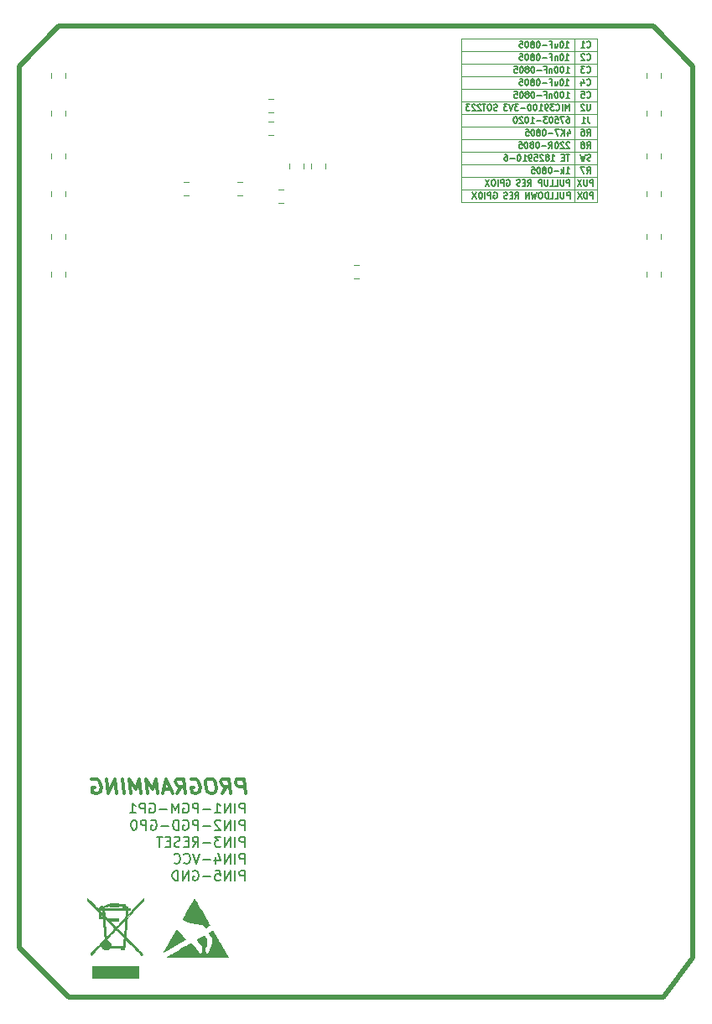
<source format=gbo>
G04 #@! TF.GenerationSoftware,KiCad,Pcbnew,(5.1.5)-2*
G04 #@! TF.CreationDate,2021-11-26T12:09:46+01:00*
G04 #@! TF.ProjectId,PIC12_BOARD_REV2,50494331-325f-4424-9f41-52445f524556,rev?*
G04 #@! TF.SameCoordinates,Original*
G04 #@! TF.FileFunction,Legend,Bot*
G04 #@! TF.FilePolarity,Positive*
%FSLAX46Y46*%
G04 Gerber Fmt 4.6, Leading zero omitted, Abs format (unit mm)*
G04 Created by KiCad (PCBNEW (5.1.5)-2) date 2021-11-26 12:09:46*
%MOMM*%
%LPD*%
G04 APERTURE LIST*
%ADD10C,0.120000*%
%ADD11C,0.150000*%
%ADD12C,0.300000*%
%ADD13C,0.200000*%
%ADD14C,0.500000*%
%ADD15C,0.010000*%
G04 APERTURE END LIST*
D10*
X178420000Y-63515500D02*
X180706000Y-63515500D01*
X166990000Y-63515500D02*
X178420000Y-63515500D01*
X178420000Y-62245500D02*
X166990000Y-62245500D01*
X166990000Y-63515500D02*
X166990000Y-62245500D01*
X178420000Y-64785500D02*
X180706000Y-64785500D01*
X178420000Y-62245500D02*
X180706000Y-62245500D01*
X178420000Y-63515500D02*
X166990000Y-63515500D01*
X180706000Y-62245500D02*
X178420000Y-62245500D01*
X178420000Y-63515500D02*
X180706000Y-63515500D01*
X178420000Y-63515500D02*
X178420000Y-64785500D01*
X178420000Y-63515500D02*
X180706000Y-63515500D01*
X178420000Y-62245500D02*
X180706000Y-62245500D01*
X178420000Y-62245500D02*
X180706000Y-62245500D01*
X180706000Y-63515500D02*
X178420000Y-63515500D01*
X166990000Y-64785500D02*
X166990000Y-63515500D01*
X178420000Y-62245500D02*
X178420000Y-63515500D01*
X178420000Y-62245500D02*
X166990000Y-62245500D01*
X178420000Y-63515500D02*
X166990000Y-63515500D01*
X180706000Y-53355500D02*
X178420000Y-53355500D01*
X180706000Y-62245500D02*
X178420000Y-62245500D01*
X178420000Y-63515500D02*
X166990000Y-63515500D01*
X178420000Y-53355500D02*
X180706000Y-53355500D01*
X178420000Y-55895500D02*
X178420000Y-57165500D01*
X166990000Y-60975500D02*
X178420000Y-60975500D01*
X180706000Y-54625500D02*
X180706000Y-55895500D01*
X178420000Y-57165500D02*
X166990000Y-57165500D01*
X178420000Y-52085500D02*
X178420000Y-53355500D01*
X178420000Y-50815500D02*
X180706000Y-50815500D01*
X178420000Y-53355500D02*
X178420000Y-54625500D01*
X180706000Y-49545500D02*
X178420000Y-49545500D01*
X178420000Y-55895500D02*
X180706000Y-55895500D01*
X178420000Y-60975500D02*
X178420000Y-62245500D01*
X166990000Y-62245500D02*
X178420000Y-62245500D01*
X178420000Y-64785500D02*
X166990000Y-64785500D01*
X180706000Y-55895500D02*
X180706000Y-57165500D01*
X180706000Y-48275500D02*
X180706000Y-49545500D01*
X178420000Y-60975500D02*
X166990000Y-60975500D01*
X178420000Y-60975500D02*
X180706000Y-60975500D01*
X178420000Y-62245500D02*
X166990000Y-62245500D01*
X178420000Y-62245500D02*
X180706000Y-62245500D01*
X178420000Y-63515500D02*
X180706000Y-63515500D01*
X178420000Y-54625500D02*
X178420000Y-55895500D01*
X178420000Y-63515500D02*
X180706000Y-63515500D01*
X178420000Y-52085500D02*
X180706000Y-52085500D01*
X178420000Y-50815500D02*
X178420000Y-52085500D01*
X180706000Y-50815500D02*
X180706000Y-52085500D01*
X178420000Y-55895500D02*
X180706000Y-55895500D01*
X180706000Y-62245500D02*
X180706000Y-63515500D01*
X178420000Y-62245500D02*
X180706000Y-62245500D01*
X178420000Y-62245500D02*
X180706000Y-62245500D01*
X178420000Y-49545500D02*
X178420000Y-50815500D01*
X178420000Y-60975500D02*
X180706000Y-60975500D01*
X180706000Y-63515500D02*
X180706000Y-64785500D01*
X178420000Y-49545500D02*
X180706000Y-49545500D01*
X178420000Y-62245500D02*
X180706000Y-62245500D01*
X178420000Y-54625500D02*
X180706000Y-54625500D01*
X180706000Y-60975500D02*
X178420000Y-60975500D01*
X178420000Y-57165500D02*
X180706000Y-57165500D01*
X180706000Y-48275500D02*
X178420000Y-48275500D01*
X180706000Y-60975500D02*
X180706000Y-62245500D01*
X178420000Y-62245500D02*
X166990000Y-62245500D01*
X178420000Y-48275500D02*
X178420000Y-49545500D01*
X180706000Y-52085500D02*
X180706000Y-53355500D01*
X180706000Y-53355500D02*
X180706000Y-54625500D01*
X180706000Y-49545500D02*
X180706000Y-50815500D01*
X178420000Y-62245500D02*
X166990000Y-62245500D01*
X178420000Y-62245500D02*
X166990000Y-62245500D01*
X180706000Y-50815500D02*
X178420000Y-50815500D01*
X178420000Y-60975500D02*
X180706000Y-60975500D01*
X178420000Y-62245500D02*
X180706000Y-62245500D01*
X180706000Y-52085500D02*
X178420000Y-52085500D01*
X178420000Y-62245500D02*
X180706000Y-62245500D01*
X166990000Y-62245500D02*
X178420000Y-62245500D01*
X178420000Y-62245500D02*
X180706000Y-62245500D01*
X178420000Y-59705500D02*
X180706000Y-59705500D01*
X166990000Y-50815500D02*
X166990000Y-49545500D01*
X180706000Y-55895500D02*
X178420000Y-55895500D01*
X166990000Y-62245500D02*
X166990000Y-60975500D01*
X178420000Y-53355500D02*
X180706000Y-53355500D01*
X178420000Y-58435500D02*
X180706000Y-58435500D01*
X178420000Y-59705500D02*
X166990000Y-59705500D01*
X166990000Y-55895500D02*
X178420000Y-55895500D01*
X180706000Y-58435500D02*
X178420000Y-58435500D01*
X166990000Y-55895500D02*
X166990000Y-54625500D01*
X166990000Y-60975500D02*
X166990000Y-59705500D01*
X166990000Y-49545500D02*
X178420000Y-49545500D01*
X166990000Y-54625500D02*
X178420000Y-54625500D01*
X178420000Y-59705500D02*
X178420000Y-60975500D01*
X166990000Y-58435500D02*
X178420000Y-58435500D01*
X166990000Y-49545500D02*
X166990000Y-48275500D01*
X166990000Y-53355500D02*
X166990000Y-52085500D01*
X178420000Y-57165500D02*
X180706000Y-57165500D01*
X178420000Y-58435500D02*
X180706000Y-58435500D01*
X178420000Y-59705500D02*
X180706000Y-59705500D01*
X180706000Y-58435500D02*
X180706000Y-59705500D01*
X180706000Y-59705500D02*
X178420000Y-59705500D01*
X166990000Y-50815500D02*
X178420000Y-50815500D01*
X166990000Y-52085500D02*
X178420000Y-52085500D01*
X166990000Y-53355500D02*
X178420000Y-53355500D01*
X178420000Y-58435500D02*
X178420000Y-59705500D01*
X180706000Y-57165500D02*
X180706000Y-58435500D01*
X180706000Y-59705500D02*
X180706000Y-60975500D01*
X178420000Y-60975500D02*
X166990000Y-60975500D01*
X178420000Y-57165500D02*
X178420000Y-58435500D01*
X166990000Y-48275500D02*
X178420000Y-48275500D01*
X166990000Y-59705500D02*
X178420000Y-59705500D01*
X178420000Y-60975500D02*
X180706000Y-60975500D01*
X166990000Y-58435500D02*
X166990000Y-57165500D01*
X166990000Y-54625500D02*
X166990000Y-53355500D01*
X166990000Y-57165500D02*
X178420000Y-57165500D01*
X166990000Y-59705500D02*
X166990000Y-58435500D01*
X166990000Y-52085500D02*
X166990000Y-50815500D01*
X178420000Y-59705500D02*
X180706000Y-59705500D01*
X166990000Y-57165500D02*
X166990000Y-55895500D01*
D11*
X180020142Y-54931928D02*
X180020142Y-55417642D01*
X179991571Y-55474785D01*
X179963000Y-55503357D01*
X179905857Y-55531928D01*
X179791571Y-55531928D01*
X179734428Y-55503357D01*
X179705857Y-55474785D01*
X179677285Y-55417642D01*
X179677285Y-54931928D01*
X179420142Y-54989071D02*
X179391571Y-54960500D01*
X179334428Y-54931928D01*
X179191571Y-54931928D01*
X179134428Y-54960500D01*
X179105857Y-54989071D01*
X179077285Y-55046214D01*
X179077285Y-55103357D01*
X179105857Y-55189071D01*
X179448714Y-55531928D01*
X179077285Y-55531928D01*
X179663000Y-52934785D02*
X179691571Y-52963357D01*
X179777285Y-52991928D01*
X179834428Y-52991928D01*
X179920142Y-52963357D01*
X179977285Y-52906214D01*
X180005857Y-52849071D01*
X180034428Y-52734785D01*
X180034428Y-52649071D01*
X180005857Y-52534785D01*
X179977285Y-52477642D01*
X179920142Y-52420500D01*
X179834428Y-52391928D01*
X179777285Y-52391928D01*
X179691571Y-52420500D01*
X179663000Y-52449071D01*
X179148714Y-52591928D02*
X179148714Y-52991928D01*
X179291571Y-52363357D02*
X179434428Y-52791928D01*
X179063000Y-52791928D01*
X177560857Y-54261928D02*
X177903714Y-54261928D01*
X177732285Y-54261928D02*
X177732285Y-53661928D01*
X177789428Y-53747642D01*
X177846571Y-53804785D01*
X177903714Y-53833357D01*
X177189428Y-53661928D02*
X177132285Y-53661928D01*
X177075142Y-53690500D01*
X177046571Y-53719071D01*
X177018000Y-53776214D01*
X176989428Y-53890500D01*
X176989428Y-54033357D01*
X177018000Y-54147642D01*
X177046571Y-54204785D01*
X177075142Y-54233357D01*
X177132285Y-54261928D01*
X177189428Y-54261928D01*
X177246571Y-54233357D01*
X177275142Y-54204785D01*
X177303714Y-54147642D01*
X177332285Y-54033357D01*
X177332285Y-53890500D01*
X177303714Y-53776214D01*
X177275142Y-53719071D01*
X177246571Y-53690500D01*
X177189428Y-53661928D01*
X176618000Y-53661928D02*
X176560857Y-53661928D01*
X176503714Y-53690500D01*
X176475142Y-53719071D01*
X176446571Y-53776214D01*
X176418000Y-53890500D01*
X176418000Y-54033357D01*
X176446571Y-54147642D01*
X176475142Y-54204785D01*
X176503714Y-54233357D01*
X176560857Y-54261928D01*
X176618000Y-54261928D01*
X176675142Y-54233357D01*
X176703714Y-54204785D01*
X176732285Y-54147642D01*
X176760857Y-54033357D01*
X176760857Y-53890500D01*
X176732285Y-53776214D01*
X176703714Y-53719071D01*
X176675142Y-53690500D01*
X176618000Y-53661928D01*
X176160857Y-53861928D02*
X176160857Y-54261928D01*
X176160857Y-53919071D02*
X176132285Y-53890500D01*
X176075142Y-53861928D01*
X175989428Y-53861928D01*
X175932285Y-53890500D01*
X175903714Y-53947642D01*
X175903714Y-54261928D01*
X175418000Y-53947642D02*
X175618000Y-53947642D01*
X175618000Y-54261928D02*
X175618000Y-53661928D01*
X175332285Y-53661928D01*
X175103714Y-54033357D02*
X174646571Y-54033357D01*
X174246571Y-53661928D02*
X174189428Y-53661928D01*
X174132285Y-53690500D01*
X174103714Y-53719071D01*
X174075142Y-53776214D01*
X174046571Y-53890500D01*
X174046571Y-54033357D01*
X174075142Y-54147642D01*
X174103714Y-54204785D01*
X174132285Y-54233357D01*
X174189428Y-54261928D01*
X174246571Y-54261928D01*
X174303714Y-54233357D01*
X174332285Y-54204785D01*
X174360857Y-54147642D01*
X174389428Y-54033357D01*
X174389428Y-53890500D01*
X174360857Y-53776214D01*
X174332285Y-53719071D01*
X174303714Y-53690500D01*
X174246571Y-53661928D01*
X173703714Y-53919071D02*
X173760857Y-53890500D01*
X173789428Y-53861928D01*
X173818000Y-53804785D01*
X173818000Y-53776214D01*
X173789428Y-53719071D01*
X173760857Y-53690500D01*
X173703714Y-53661928D01*
X173589428Y-53661928D01*
X173532285Y-53690500D01*
X173503714Y-53719071D01*
X173475142Y-53776214D01*
X173475142Y-53804785D01*
X173503714Y-53861928D01*
X173532285Y-53890500D01*
X173589428Y-53919071D01*
X173703714Y-53919071D01*
X173760857Y-53947642D01*
X173789428Y-53976214D01*
X173818000Y-54033357D01*
X173818000Y-54147642D01*
X173789428Y-54204785D01*
X173760857Y-54233357D01*
X173703714Y-54261928D01*
X173589428Y-54261928D01*
X173532285Y-54233357D01*
X173503714Y-54204785D01*
X173475142Y-54147642D01*
X173475142Y-54033357D01*
X173503714Y-53976214D01*
X173532285Y-53947642D01*
X173589428Y-53919071D01*
X173103714Y-53661928D02*
X173046571Y-53661928D01*
X172989428Y-53690500D01*
X172960857Y-53719071D01*
X172932285Y-53776214D01*
X172903714Y-53890500D01*
X172903714Y-54033357D01*
X172932285Y-54147642D01*
X172960857Y-54204785D01*
X172989428Y-54233357D01*
X173046571Y-54261928D01*
X173103714Y-54261928D01*
X173160857Y-54233357D01*
X173189428Y-54204785D01*
X173218000Y-54147642D01*
X173246571Y-54033357D01*
X173246571Y-53890500D01*
X173218000Y-53776214D01*
X173189428Y-53719071D01*
X173160857Y-53690500D01*
X173103714Y-53661928D01*
X172360857Y-53661928D02*
X172646571Y-53661928D01*
X172675142Y-53947642D01*
X172646571Y-53919071D01*
X172589428Y-53890500D01*
X172446571Y-53890500D01*
X172389428Y-53919071D01*
X172360857Y-53947642D01*
X172332285Y-54004785D01*
X172332285Y-54147642D01*
X172360857Y-54204785D01*
X172389428Y-54233357D01*
X172446571Y-54261928D01*
X172589428Y-54261928D01*
X172646571Y-54233357D01*
X172675142Y-54204785D01*
X179663000Y-49124785D02*
X179691571Y-49153357D01*
X179777285Y-49181928D01*
X179834428Y-49181928D01*
X179920142Y-49153357D01*
X179977285Y-49096214D01*
X180005857Y-49039071D01*
X180034428Y-48924785D01*
X180034428Y-48839071D01*
X180005857Y-48724785D01*
X179977285Y-48667642D01*
X179920142Y-48610500D01*
X179834428Y-48581928D01*
X179777285Y-48581928D01*
X179691571Y-48610500D01*
X179663000Y-48639071D01*
X179091571Y-49181928D02*
X179434428Y-49181928D01*
X179263000Y-49181928D02*
X179263000Y-48581928D01*
X179320142Y-48667642D01*
X179377285Y-48724785D01*
X179434428Y-48753357D01*
X177738714Y-57671928D02*
X177738714Y-58071928D01*
X177881571Y-57443357D02*
X178024428Y-57871928D01*
X177653000Y-57871928D01*
X177424428Y-58071928D02*
X177424428Y-57471928D01*
X177081571Y-58071928D02*
X177338714Y-57729071D01*
X177081571Y-57471928D02*
X177424428Y-57814785D01*
X176881571Y-57471928D02*
X176481571Y-57471928D01*
X176738714Y-58071928D01*
X176253000Y-57843357D02*
X175795857Y-57843357D01*
X175395857Y-57471928D02*
X175338714Y-57471928D01*
X175281571Y-57500500D01*
X175253000Y-57529071D01*
X175224428Y-57586214D01*
X175195857Y-57700500D01*
X175195857Y-57843357D01*
X175224428Y-57957642D01*
X175253000Y-58014785D01*
X175281571Y-58043357D01*
X175338714Y-58071928D01*
X175395857Y-58071928D01*
X175453000Y-58043357D01*
X175481571Y-58014785D01*
X175510142Y-57957642D01*
X175538714Y-57843357D01*
X175538714Y-57700500D01*
X175510142Y-57586214D01*
X175481571Y-57529071D01*
X175453000Y-57500500D01*
X175395857Y-57471928D01*
X174853000Y-57729071D02*
X174910142Y-57700500D01*
X174938714Y-57671928D01*
X174967285Y-57614785D01*
X174967285Y-57586214D01*
X174938714Y-57529071D01*
X174910142Y-57500500D01*
X174853000Y-57471928D01*
X174738714Y-57471928D01*
X174681571Y-57500500D01*
X174653000Y-57529071D01*
X174624428Y-57586214D01*
X174624428Y-57614785D01*
X174653000Y-57671928D01*
X174681571Y-57700500D01*
X174738714Y-57729071D01*
X174853000Y-57729071D01*
X174910142Y-57757642D01*
X174938714Y-57786214D01*
X174967285Y-57843357D01*
X174967285Y-57957642D01*
X174938714Y-58014785D01*
X174910142Y-58043357D01*
X174853000Y-58071928D01*
X174738714Y-58071928D01*
X174681571Y-58043357D01*
X174653000Y-58014785D01*
X174624428Y-57957642D01*
X174624428Y-57843357D01*
X174653000Y-57786214D01*
X174681571Y-57757642D01*
X174738714Y-57729071D01*
X174253000Y-57471928D02*
X174195857Y-57471928D01*
X174138714Y-57500500D01*
X174110142Y-57529071D01*
X174081571Y-57586214D01*
X174053000Y-57700500D01*
X174053000Y-57843357D01*
X174081571Y-57957642D01*
X174110142Y-58014785D01*
X174138714Y-58043357D01*
X174195857Y-58071928D01*
X174253000Y-58071928D01*
X174310142Y-58043357D01*
X174338714Y-58014785D01*
X174367285Y-57957642D01*
X174395857Y-57843357D01*
X174395857Y-57700500D01*
X174367285Y-57586214D01*
X174338714Y-57529071D01*
X174310142Y-57500500D01*
X174253000Y-57471928D01*
X173510142Y-57471928D02*
X173795857Y-57471928D01*
X173824428Y-57757642D01*
X173795857Y-57729071D01*
X173738714Y-57700500D01*
X173595857Y-57700500D01*
X173538714Y-57729071D01*
X173510142Y-57757642D01*
X173481571Y-57814785D01*
X173481571Y-57957642D01*
X173510142Y-58014785D01*
X173538714Y-58043357D01*
X173595857Y-58071928D01*
X173738714Y-58071928D01*
X173795857Y-58043357D01*
X173824428Y-58014785D01*
X177890714Y-55531928D02*
X177890714Y-54931928D01*
X177690714Y-55360500D01*
X177490714Y-54931928D01*
X177490714Y-55531928D01*
X177205000Y-55531928D02*
X177205000Y-54931928D01*
X176576428Y-55474785D02*
X176605000Y-55503357D01*
X176690714Y-55531928D01*
X176747857Y-55531928D01*
X176833571Y-55503357D01*
X176890714Y-55446214D01*
X176919285Y-55389071D01*
X176947857Y-55274785D01*
X176947857Y-55189071D01*
X176919285Y-55074785D01*
X176890714Y-55017642D01*
X176833571Y-54960500D01*
X176747857Y-54931928D01*
X176690714Y-54931928D01*
X176605000Y-54960500D01*
X176576428Y-54989071D01*
X176376428Y-54931928D02*
X176005000Y-54931928D01*
X176205000Y-55160500D01*
X176119285Y-55160500D01*
X176062142Y-55189071D01*
X176033571Y-55217642D01*
X176005000Y-55274785D01*
X176005000Y-55417642D01*
X176033571Y-55474785D01*
X176062142Y-55503357D01*
X176119285Y-55531928D01*
X176290714Y-55531928D01*
X176347857Y-55503357D01*
X176376428Y-55474785D01*
X175719285Y-55531928D02*
X175605000Y-55531928D01*
X175547857Y-55503357D01*
X175519285Y-55474785D01*
X175462142Y-55389071D01*
X175433571Y-55274785D01*
X175433571Y-55046214D01*
X175462142Y-54989071D01*
X175490714Y-54960500D01*
X175547857Y-54931928D01*
X175662142Y-54931928D01*
X175719285Y-54960500D01*
X175747857Y-54989071D01*
X175776428Y-55046214D01*
X175776428Y-55189071D01*
X175747857Y-55246214D01*
X175719285Y-55274785D01*
X175662142Y-55303357D01*
X175547857Y-55303357D01*
X175490714Y-55274785D01*
X175462142Y-55246214D01*
X175433571Y-55189071D01*
X174862142Y-55531928D02*
X175205000Y-55531928D01*
X175033571Y-55531928D02*
X175033571Y-54931928D01*
X175090714Y-55017642D01*
X175147857Y-55074785D01*
X175205000Y-55103357D01*
X174490714Y-54931928D02*
X174433571Y-54931928D01*
X174376428Y-54960500D01*
X174347857Y-54989071D01*
X174319285Y-55046214D01*
X174290714Y-55160500D01*
X174290714Y-55303357D01*
X174319285Y-55417642D01*
X174347857Y-55474785D01*
X174376428Y-55503357D01*
X174433571Y-55531928D01*
X174490714Y-55531928D01*
X174547857Y-55503357D01*
X174576428Y-55474785D01*
X174605000Y-55417642D01*
X174633571Y-55303357D01*
X174633571Y-55160500D01*
X174605000Y-55046214D01*
X174576428Y-54989071D01*
X174547857Y-54960500D01*
X174490714Y-54931928D01*
X173919285Y-54931928D02*
X173862142Y-54931928D01*
X173805000Y-54960500D01*
X173776428Y-54989071D01*
X173747857Y-55046214D01*
X173719285Y-55160500D01*
X173719285Y-55303357D01*
X173747857Y-55417642D01*
X173776428Y-55474785D01*
X173805000Y-55503357D01*
X173862142Y-55531928D01*
X173919285Y-55531928D01*
X173976428Y-55503357D01*
X174005000Y-55474785D01*
X174033571Y-55417642D01*
X174062142Y-55303357D01*
X174062142Y-55160500D01*
X174033571Y-55046214D01*
X174005000Y-54989071D01*
X173976428Y-54960500D01*
X173919285Y-54931928D01*
X173462142Y-55303357D02*
X173005000Y-55303357D01*
X172776428Y-54931928D02*
X172405000Y-54931928D01*
X172605000Y-55160500D01*
X172519285Y-55160500D01*
X172462142Y-55189071D01*
X172433571Y-55217642D01*
X172405000Y-55274785D01*
X172405000Y-55417642D01*
X172433571Y-55474785D01*
X172462142Y-55503357D01*
X172519285Y-55531928D01*
X172690714Y-55531928D01*
X172747857Y-55503357D01*
X172776428Y-55474785D01*
X172233571Y-54931928D02*
X172033571Y-55531928D01*
X171833571Y-54931928D01*
X171690714Y-54931928D02*
X171319285Y-54931928D01*
X171519285Y-55160500D01*
X171433571Y-55160500D01*
X171376428Y-55189071D01*
X171347857Y-55217642D01*
X171319285Y-55274785D01*
X171319285Y-55417642D01*
X171347857Y-55474785D01*
X171376428Y-55503357D01*
X171433571Y-55531928D01*
X171605000Y-55531928D01*
X171662142Y-55503357D01*
X171690714Y-55474785D01*
X170633571Y-55503357D02*
X170547857Y-55531928D01*
X170405000Y-55531928D01*
X170347857Y-55503357D01*
X170319285Y-55474785D01*
X170290714Y-55417642D01*
X170290714Y-55360500D01*
X170319285Y-55303357D01*
X170347857Y-55274785D01*
X170405000Y-55246214D01*
X170519285Y-55217642D01*
X170576428Y-55189071D01*
X170605000Y-55160500D01*
X170633571Y-55103357D01*
X170633571Y-55046214D01*
X170605000Y-54989071D01*
X170576428Y-54960500D01*
X170519285Y-54931928D01*
X170376428Y-54931928D01*
X170290714Y-54960500D01*
X169919285Y-54931928D02*
X169805000Y-54931928D01*
X169747857Y-54960500D01*
X169690714Y-55017642D01*
X169662142Y-55131928D01*
X169662142Y-55331928D01*
X169690714Y-55446214D01*
X169747857Y-55503357D01*
X169805000Y-55531928D01*
X169919285Y-55531928D01*
X169976428Y-55503357D01*
X170033571Y-55446214D01*
X170062142Y-55331928D01*
X170062142Y-55131928D01*
X170033571Y-55017642D01*
X169976428Y-54960500D01*
X169919285Y-54931928D01*
X169490714Y-54931928D02*
X169147857Y-54931928D01*
X169319285Y-55531928D02*
X169319285Y-54931928D01*
X168976428Y-54989071D02*
X168947857Y-54960500D01*
X168890714Y-54931928D01*
X168747857Y-54931928D01*
X168690714Y-54960500D01*
X168662142Y-54989071D01*
X168633571Y-55046214D01*
X168633571Y-55103357D01*
X168662142Y-55189071D01*
X169005000Y-55531928D01*
X168633571Y-55531928D01*
X168405000Y-54989071D02*
X168376428Y-54960500D01*
X168319285Y-54931928D01*
X168176428Y-54931928D01*
X168119285Y-54960500D01*
X168090714Y-54989071D01*
X168062142Y-55046214D01*
X168062142Y-55103357D01*
X168090714Y-55189071D01*
X168433571Y-55531928D01*
X168062142Y-55531928D01*
X167862142Y-54931928D02*
X167490714Y-54931928D01*
X167690714Y-55160500D01*
X167605000Y-55160500D01*
X167547857Y-55189071D01*
X167519285Y-55217642D01*
X167490714Y-55274785D01*
X167490714Y-55417642D01*
X167519285Y-55474785D01*
X167547857Y-55503357D01*
X167605000Y-55531928D01*
X167776428Y-55531928D01*
X167833571Y-55503357D01*
X167862142Y-55474785D01*
X177971714Y-64421928D02*
X177971714Y-63821928D01*
X177743142Y-63821928D01*
X177686000Y-63850500D01*
X177657428Y-63879071D01*
X177628857Y-63936214D01*
X177628857Y-64021928D01*
X177657428Y-64079071D01*
X177686000Y-64107642D01*
X177743142Y-64136214D01*
X177971714Y-64136214D01*
X177371714Y-63821928D02*
X177371714Y-64307642D01*
X177343142Y-64364785D01*
X177314571Y-64393357D01*
X177257428Y-64421928D01*
X177143142Y-64421928D01*
X177086000Y-64393357D01*
X177057428Y-64364785D01*
X177028857Y-64307642D01*
X177028857Y-63821928D01*
X176457428Y-64421928D02*
X176743142Y-64421928D01*
X176743142Y-63821928D01*
X175971714Y-64421928D02*
X176257428Y-64421928D01*
X176257428Y-63821928D01*
X175771714Y-64421928D02*
X175771714Y-63821928D01*
X175628857Y-63821928D01*
X175543142Y-63850500D01*
X175486000Y-63907642D01*
X175457428Y-63964785D01*
X175428857Y-64079071D01*
X175428857Y-64164785D01*
X175457428Y-64279071D01*
X175486000Y-64336214D01*
X175543142Y-64393357D01*
X175628857Y-64421928D01*
X175771714Y-64421928D01*
X175057428Y-63821928D02*
X174943142Y-63821928D01*
X174886000Y-63850500D01*
X174828857Y-63907642D01*
X174800285Y-64021928D01*
X174800285Y-64221928D01*
X174828857Y-64336214D01*
X174886000Y-64393357D01*
X174943142Y-64421928D01*
X175057428Y-64421928D01*
X175114571Y-64393357D01*
X175171714Y-64336214D01*
X175200285Y-64221928D01*
X175200285Y-64021928D01*
X175171714Y-63907642D01*
X175114571Y-63850500D01*
X175057428Y-63821928D01*
X174600285Y-63821928D02*
X174457428Y-64421928D01*
X174343142Y-63993357D01*
X174228857Y-64421928D01*
X174086000Y-63821928D01*
X173857428Y-64421928D02*
X173857428Y-63821928D01*
X173514571Y-64421928D01*
X173514571Y-63821928D01*
X172428857Y-64421928D02*
X172628857Y-64136214D01*
X172771714Y-64421928D02*
X172771714Y-63821928D01*
X172543142Y-63821928D01*
X172486000Y-63850500D01*
X172457428Y-63879071D01*
X172428857Y-63936214D01*
X172428857Y-64021928D01*
X172457428Y-64079071D01*
X172486000Y-64107642D01*
X172543142Y-64136214D01*
X172771714Y-64136214D01*
X172171714Y-64107642D02*
X171971714Y-64107642D01*
X171886000Y-64421928D02*
X172171714Y-64421928D01*
X172171714Y-63821928D01*
X171886000Y-63821928D01*
X171657428Y-64393357D02*
X171571714Y-64421928D01*
X171428857Y-64421928D01*
X171371714Y-64393357D01*
X171343142Y-64364785D01*
X171314571Y-64307642D01*
X171314571Y-64250500D01*
X171343142Y-64193357D01*
X171371714Y-64164785D01*
X171428857Y-64136214D01*
X171543142Y-64107642D01*
X171600285Y-64079071D01*
X171628857Y-64050500D01*
X171657428Y-63993357D01*
X171657428Y-63936214D01*
X171628857Y-63879071D01*
X171600285Y-63850500D01*
X171543142Y-63821928D01*
X171400285Y-63821928D01*
X171314571Y-63850500D01*
X170286000Y-63850500D02*
X170343142Y-63821928D01*
X170428857Y-63821928D01*
X170514571Y-63850500D01*
X170571714Y-63907642D01*
X170600285Y-63964785D01*
X170628857Y-64079071D01*
X170628857Y-64164785D01*
X170600285Y-64279071D01*
X170571714Y-64336214D01*
X170514571Y-64393357D01*
X170428857Y-64421928D01*
X170371714Y-64421928D01*
X170286000Y-64393357D01*
X170257428Y-64364785D01*
X170257428Y-64164785D01*
X170371714Y-64164785D01*
X170000285Y-64421928D02*
X170000285Y-63821928D01*
X169771714Y-63821928D01*
X169714571Y-63850500D01*
X169686000Y-63879071D01*
X169657428Y-63936214D01*
X169657428Y-64021928D01*
X169686000Y-64079071D01*
X169714571Y-64107642D01*
X169771714Y-64136214D01*
X170000285Y-64136214D01*
X169400285Y-64421928D02*
X169400285Y-63821928D01*
X169000285Y-63821928D02*
X168886000Y-63821928D01*
X168828857Y-63850500D01*
X168771714Y-63907642D01*
X168743142Y-64021928D01*
X168743142Y-64221928D01*
X168771714Y-64336214D01*
X168828857Y-64393357D01*
X168886000Y-64421928D01*
X169000285Y-64421928D01*
X169057428Y-64393357D01*
X169114571Y-64336214D01*
X169143142Y-64221928D01*
X169143142Y-64021928D01*
X169114571Y-63907642D01*
X169057428Y-63850500D01*
X169000285Y-63821928D01*
X168543142Y-63821928D02*
X168143142Y-64421928D01*
X168143142Y-63821928D02*
X168543142Y-64421928D01*
X177529142Y-50451928D02*
X177872000Y-50451928D01*
X177700571Y-50451928D02*
X177700571Y-49851928D01*
X177757714Y-49937642D01*
X177814857Y-49994785D01*
X177872000Y-50023357D01*
X177157714Y-49851928D02*
X177100571Y-49851928D01*
X177043428Y-49880500D01*
X177014857Y-49909071D01*
X176986285Y-49966214D01*
X176957714Y-50080500D01*
X176957714Y-50223357D01*
X176986285Y-50337642D01*
X177014857Y-50394785D01*
X177043428Y-50423357D01*
X177100571Y-50451928D01*
X177157714Y-50451928D01*
X177214857Y-50423357D01*
X177243428Y-50394785D01*
X177272000Y-50337642D01*
X177300571Y-50223357D01*
X177300571Y-50080500D01*
X177272000Y-49966214D01*
X177243428Y-49909071D01*
X177214857Y-49880500D01*
X177157714Y-49851928D01*
X176700571Y-50051928D02*
X176700571Y-50451928D01*
X176700571Y-50109071D02*
X176672000Y-50080500D01*
X176614857Y-50051928D01*
X176529142Y-50051928D01*
X176472000Y-50080500D01*
X176443428Y-50137642D01*
X176443428Y-50451928D01*
X175957714Y-50137642D02*
X176157714Y-50137642D01*
X176157714Y-50451928D02*
X176157714Y-49851928D01*
X175872000Y-49851928D01*
X175643428Y-50223357D02*
X175186285Y-50223357D01*
X174786285Y-49851928D02*
X174729142Y-49851928D01*
X174672000Y-49880500D01*
X174643428Y-49909071D01*
X174614857Y-49966214D01*
X174586285Y-50080500D01*
X174586285Y-50223357D01*
X174614857Y-50337642D01*
X174643428Y-50394785D01*
X174672000Y-50423357D01*
X174729142Y-50451928D01*
X174786285Y-50451928D01*
X174843428Y-50423357D01*
X174872000Y-50394785D01*
X174900571Y-50337642D01*
X174929142Y-50223357D01*
X174929142Y-50080500D01*
X174900571Y-49966214D01*
X174872000Y-49909071D01*
X174843428Y-49880500D01*
X174786285Y-49851928D01*
X174243428Y-50109071D02*
X174300571Y-50080500D01*
X174329142Y-50051928D01*
X174357714Y-49994785D01*
X174357714Y-49966214D01*
X174329142Y-49909071D01*
X174300571Y-49880500D01*
X174243428Y-49851928D01*
X174129142Y-49851928D01*
X174072000Y-49880500D01*
X174043428Y-49909071D01*
X174014857Y-49966214D01*
X174014857Y-49994785D01*
X174043428Y-50051928D01*
X174072000Y-50080500D01*
X174129142Y-50109071D01*
X174243428Y-50109071D01*
X174300571Y-50137642D01*
X174329142Y-50166214D01*
X174357714Y-50223357D01*
X174357714Y-50337642D01*
X174329142Y-50394785D01*
X174300571Y-50423357D01*
X174243428Y-50451928D01*
X174129142Y-50451928D01*
X174072000Y-50423357D01*
X174043428Y-50394785D01*
X174014857Y-50337642D01*
X174014857Y-50223357D01*
X174043428Y-50166214D01*
X174072000Y-50137642D01*
X174129142Y-50109071D01*
X173643428Y-49851928D02*
X173586285Y-49851928D01*
X173529142Y-49880500D01*
X173500571Y-49909071D01*
X173472000Y-49966214D01*
X173443428Y-50080500D01*
X173443428Y-50223357D01*
X173472000Y-50337642D01*
X173500571Y-50394785D01*
X173529142Y-50423357D01*
X173586285Y-50451928D01*
X173643428Y-50451928D01*
X173700571Y-50423357D01*
X173729142Y-50394785D01*
X173757714Y-50337642D01*
X173786285Y-50223357D01*
X173786285Y-50080500D01*
X173757714Y-49966214D01*
X173729142Y-49909071D01*
X173700571Y-49880500D01*
X173643428Y-49851928D01*
X172900571Y-49851928D02*
X173186285Y-49851928D01*
X173214857Y-50137642D01*
X173186285Y-50109071D01*
X173129142Y-50080500D01*
X172986285Y-50080500D01*
X172929142Y-50109071D01*
X172900571Y-50137642D01*
X172872000Y-50194785D01*
X172872000Y-50337642D01*
X172900571Y-50394785D01*
X172929142Y-50423357D01*
X172986285Y-50451928D01*
X173129142Y-50451928D01*
X173186285Y-50423357D01*
X173214857Y-50394785D01*
X179663000Y-51664785D02*
X179691571Y-51693357D01*
X179777285Y-51721928D01*
X179834428Y-51721928D01*
X179920142Y-51693357D01*
X179977285Y-51636214D01*
X180005857Y-51579071D01*
X180034428Y-51464785D01*
X180034428Y-51379071D01*
X180005857Y-51264785D01*
X179977285Y-51207642D01*
X179920142Y-51150500D01*
X179834428Y-51121928D01*
X179777285Y-51121928D01*
X179691571Y-51150500D01*
X179663000Y-51179071D01*
X179463000Y-51121928D02*
X179091571Y-51121928D01*
X179291571Y-51350500D01*
X179205857Y-51350500D01*
X179148714Y-51379071D01*
X179120142Y-51407642D01*
X179091571Y-51464785D01*
X179091571Y-51607642D01*
X179120142Y-51664785D01*
X179148714Y-51693357D01*
X179205857Y-51721928D01*
X179377285Y-51721928D01*
X179434428Y-51693357D01*
X179463000Y-51664785D01*
X177560857Y-51721928D02*
X177903714Y-51721928D01*
X177732285Y-51721928D02*
X177732285Y-51121928D01*
X177789428Y-51207642D01*
X177846571Y-51264785D01*
X177903714Y-51293357D01*
X177189428Y-51121928D02*
X177132285Y-51121928D01*
X177075142Y-51150500D01*
X177046571Y-51179071D01*
X177018000Y-51236214D01*
X176989428Y-51350500D01*
X176989428Y-51493357D01*
X177018000Y-51607642D01*
X177046571Y-51664785D01*
X177075142Y-51693357D01*
X177132285Y-51721928D01*
X177189428Y-51721928D01*
X177246571Y-51693357D01*
X177275142Y-51664785D01*
X177303714Y-51607642D01*
X177332285Y-51493357D01*
X177332285Y-51350500D01*
X177303714Y-51236214D01*
X177275142Y-51179071D01*
X177246571Y-51150500D01*
X177189428Y-51121928D01*
X176618000Y-51121928D02*
X176560857Y-51121928D01*
X176503714Y-51150500D01*
X176475142Y-51179071D01*
X176446571Y-51236214D01*
X176418000Y-51350500D01*
X176418000Y-51493357D01*
X176446571Y-51607642D01*
X176475142Y-51664785D01*
X176503714Y-51693357D01*
X176560857Y-51721928D01*
X176618000Y-51721928D01*
X176675142Y-51693357D01*
X176703714Y-51664785D01*
X176732285Y-51607642D01*
X176760857Y-51493357D01*
X176760857Y-51350500D01*
X176732285Y-51236214D01*
X176703714Y-51179071D01*
X176675142Y-51150500D01*
X176618000Y-51121928D01*
X176160857Y-51321928D02*
X176160857Y-51721928D01*
X176160857Y-51379071D02*
X176132285Y-51350500D01*
X176075142Y-51321928D01*
X175989428Y-51321928D01*
X175932285Y-51350500D01*
X175903714Y-51407642D01*
X175903714Y-51721928D01*
X175418000Y-51407642D02*
X175618000Y-51407642D01*
X175618000Y-51721928D02*
X175618000Y-51121928D01*
X175332285Y-51121928D01*
X175103714Y-51493357D02*
X174646571Y-51493357D01*
X174246571Y-51121928D02*
X174189428Y-51121928D01*
X174132285Y-51150500D01*
X174103714Y-51179071D01*
X174075142Y-51236214D01*
X174046571Y-51350500D01*
X174046571Y-51493357D01*
X174075142Y-51607642D01*
X174103714Y-51664785D01*
X174132285Y-51693357D01*
X174189428Y-51721928D01*
X174246571Y-51721928D01*
X174303714Y-51693357D01*
X174332285Y-51664785D01*
X174360857Y-51607642D01*
X174389428Y-51493357D01*
X174389428Y-51350500D01*
X174360857Y-51236214D01*
X174332285Y-51179071D01*
X174303714Y-51150500D01*
X174246571Y-51121928D01*
X173703714Y-51379071D02*
X173760857Y-51350500D01*
X173789428Y-51321928D01*
X173818000Y-51264785D01*
X173818000Y-51236214D01*
X173789428Y-51179071D01*
X173760857Y-51150500D01*
X173703714Y-51121928D01*
X173589428Y-51121928D01*
X173532285Y-51150500D01*
X173503714Y-51179071D01*
X173475142Y-51236214D01*
X173475142Y-51264785D01*
X173503714Y-51321928D01*
X173532285Y-51350500D01*
X173589428Y-51379071D01*
X173703714Y-51379071D01*
X173760857Y-51407642D01*
X173789428Y-51436214D01*
X173818000Y-51493357D01*
X173818000Y-51607642D01*
X173789428Y-51664785D01*
X173760857Y-51693357D01*
X173703714Y-51721928D01*
X173589428Y-51721928D01*
X173532285Y-51693357D01*
X173503714Y-51664785D01*
X173475142Y-51607642D01*
X173475142Y-51493357D01*
X173503714Y-51436214D01*
X173532285Y-51407642D01*
X173589428Y-51379071D01*
X173103714Y-51121928D02*
X173046571Y-51121928D01*
X172989428Y-51150500D01*
X172960857Y-51179071D01*
X172932285Y-51236214D01*
X172903714Y-51350500D01*
X172903714Y-51493357D01*
X172932285Y-51607642D01*
X172960857Y-51664785D01*
X172989428Y-51693357D01*
X173046571Y-51721928D01*
X173103714Y-51721928D01*
X173160857Y-51693357D01*
X173189428Y-51664785D01*
X173218000Y-51607642D01*
X173246571Y-51493357D01*
X173246571Y-51350500D01*
X173218000Y-51236214D01*
X173189428Y-51179071D01*
X173160857Y-51150500D01*
X173103714Y-51121928D01*
X172360857Y-51121928D02*
X172646571Y-51121928D01*
X172675142Y-51407642D01*
X172646571Y-51379071D01*
X172589428Y-51350500D01*
X172446571Y-51350500D01*
X172389428Y-51379071D01*
X172360857Y-51407642D01*
X172332285Y-51464785D01*
X172332285Y-51607642D01*
X172360857Y-51664785D01*
X172389428Y-51693357D01*
X172446571Y-51721928D01*
X172589428Y-51721928D01*
X172646571Y-51693357D01*
X172675142Y-51664785D01*
X177949571Y-63151928D02*
X177949571Y-62551928D01*
X177721000Y-62551928D01*
X177663857Y-62580500D01*
X177635285Y-62609071D01*
X177606714Y-62666214D01*
X177606714Y-62751928D01*
X177635285Y-62809071D01*
X177663857Y-62837642D01*
X177721000Y-62866214D01*
X177949571Y-62866214D01*
X177349571Y-62551928D02*
X177349571Y-63037642D01*
X177321000Y-63094785D01*
X177292428Y-63123357D01*
X177235285Y-63151928D01*
X177121000Y-63151928D01*
X177063857Y-63123357D01*
X177035285Y-63094785D01*
X177006714Y-63037642D01*
X177006714Y-62551928D01*
X176435285Y-63151928D02*
X176721000Y-63151928D01*
X176721000Y-62551928D01*
X175949571Y-63151928D02*
X176235285Y-63151928D01*
X176235285Y-62551928D01*
X175749571Y-62551928D02*
X175749571Y-63037642D01*
X175721000Y-63094785D01*
X175692428Y-63123357D01*
X175635285Y-63151928D01*
X175521000Y-63151928D01*
X175463857Y-63123357D01*
X175435285Y-63094785D01*
X175406714Y-63037642D01*
X175406714Y-62551928D01*
X175121000Y-63151928D02*
X175121000Y-62551928D01*
X174892428Y-62551928D01*
X174835285Y-62580500D01*
X174806714Y-62609071D01*
X174778142Y-62666214D01*
X174778142Y-62751928D01*
X174806714Y-62809071D01*
X174835285Y-62837642D01*
X174892428Y-62866214D01*
X175121000Y-62866214D01*
X173721000Y-63151928D02*
X173921000Y-62866214D01*
X174063857Y-63151928D02*
X174063857Y-62551928D01*
X173835285Y-62551928D01*
X173778142Y-62580500D01*
X173749571Y-62609071D01*
X173721000Y-62666214D01*
X173721000Y-62751928D01*
X173749571Y-62809071D01*
X173778142Y-62837642D01*
X173835285Y-62866214D01*
X174063857Y-62866214D01*
X173463857Y-62837642D02*
X173263857Y-62837642D01*
X173178142Y-63151928D02*
X173463857Y-63151928D01*
X173463857Y-62551928D01*
X173178142Y-62551928D01*
X172949571Y-63123357D02*
X172863857Y-63151928D01*
X172721000Y-63151928D01*
X172663857Y-63123357D01*
X172635285Y-63094785D01*
X172606714Y-63037642D01*
X172606714Y-62980500D01*
X172635285Y-62923357D01*
X172663857Y-62894785D01*
X172721000Y-62866214D01*
X172835285Y-62837642D01*
X172892428Y-62809071D01*
X172921000Y-62780500D01*
X172949571Y-62723357D01*
X172949571Y-62666214D01*
X172921000Y-62609071D01*
X172892428Y-62580500D01*
X172835285Y-62551928D01*
X172692428Y-62551928D01*
X172606714Y-62580500D01*
X171578142Y-62580500D02*
X171635285Y-62551928D01*
X171721000Y-62551928D01*
X171806714Y-62580500D01*
X171863857Y-62637642D01*
X171892428Y-62694785D01*
X171921000Y-62809071D01*
X171921000Y-62894785D01*
X171892428Y-63009071D01*
X171863857Y-63066214D01*
X171806714Y-63123357D01*
X171721000Y-63151928D01*
X171663857Y-63151928D01*
X171578142Y-63123357D01*
X171549571Y-63094785D01*
X171549571Y-62894785D01*
X171663857Y-62894785D01*
X171292428Y-63151928D02*
X171292428Y-62551928D01*
X171063857Y-62551928D01*
X171006714Y-62580500D01*
X170978142Y-62609071D01*
X170949571Y-62666214D01*
X170949571Y-62751928D01*
X170978142Y-62809071D01*
X171006714Y-62837642D01*
X171063857Y-62866214D01*
X171292428Y-62866214D01*
X170692428Y-63151928D02*
X170692428Y-62551928D01*
X170292428Y-62551928D02*
X170178142Y-62551928D01*
X170121000Y-62580500D01*
X170063857Y-62637642D01*
X170035285Y-62751928D01*
X170035285Y-62951928D01*
X170063857Y-63066214D01*
X170121000Y-63123357D01*
X170178142Y-63151928D01*
X170292428Y-63151928D01*
X170349571Y-63123357D01*
X170406714Y-63066214D01*
X170435285Y-62951928D01*
X170435285Y-62751928D01*
X170406714Y-62637642D01*
X170349571Y-62580500D01*
X170292428Y-62551928D01*
X169835285Y-62551928D02*
X169435285Y-63151928D01*
X169435285Y-62551928D02*
X169835285Y-63151928D01*
X177592714Y-61881928D02*
X177935571Y-61881928D01*
X177764142Y-61881928D02*
X177764142Y-61281928D01*
X177821285Y-61367642D01*
X177878428Y-61424785D01*
X177935571Y-61453357D01*
X177335571Y-61881928D02*
X177335571Y-61281928D01*
X177278428Y-61653357D02*
X177107000Y-61881928D01*
X177107000Y-61481928D02*
X177335571Y-61710500D01*
X176849857Y-61653357D02*
X176392714Y-61653357D01*
X175992714Y-61281928D02*
X175935571Y-61281928D01*
X175878428Y-61310500D01*
X175849857Y-61339071D01*
X175821285Y-61396214D01*
X175792714Y-61510500D01*
X175792714Y-61653357D01*
X175821285Y-61767642D01*
X175849857Y-61824785D01*
X175878428Y-61853357D01*
X175935571Y-61881928D01*
X175992714Y-61881928D01*
X176049857Y-61853357D01*
X176078428Y-61824785D01*
X176107000Y-61767642D01*
X176135571Y-61653357D01*
X176135571Y-61510500D01*
X176107000Y-61396214D01*
X176078428Y-61339071D01*
X176049857Y-61310500D01*
X175992714Y-61281928D01*
X175449857Y-61539071D02*
X175507000Y-61510500D01*
X175535571Y-61481928D01*
X175564142Y-61424785D01*
X175564142Y-61396214D01*
X175535571Y-61339071D01*
X175507000Y-61310500D01*
X175449857Y-61281928D01*
X175335571Y-61281928D01*
X175278428Y-61310500D01*
X175249857Y-61339071D01*
X175221285Y-61396214D01*
X175221285Y-61424785D01*
X175249857Y-61481928D01*
X175278428Y-61510500D01*
X175335571Y-61539071D01*
X175449857Y-61539071D01*
X175507000Y-61567642D01*
X175535571Y-61596214D01*
X175564142Y-61653357D01*
X175564142Y-61767642D01*
X175535571Y-61824785D01*
X175507000Y-61853357D01*
X175449857Y-61881928D01*
X175335571Y-61881928D01*
X175278428Y-61853357D01*
X175249857Y-61824785D01*
X175221285Y-61767642D01*
X175221285Y-61653357D01*
X175249857Y-61596214D01*
X175278428Y-61567642D01*
X175335571Y-61539071D01*
X174849857Y-61281928D02*
X174792714Y-61281928D01*
X174735571Y-61310500D01*
X174707000Y-61339071D01*
X174678428Y-61396214D01*
X174649857Y-61510500D01*
X174649857Y-61653357D01*
X174678428Y-61767642D01*
X174707000Y-61824785D01*
X174735571Y-61853357D01*
X174792714Y-61881928D01*
X174849857Y-61881928D01*
X174907000Y-61853357D01*
X174935571Y-61824785D01*
X174964142Y-61767642D01*
X174992714Y-61653357D01*
X174992714Y-61510500D01*
X174964142Y-61396214D01*
X174935571Y-61339071D01*
X174907000Y-61310500D01*
X174849857Y-61281928D01*
X174107000Y-61281928D02*
X174392714Y-61281928D01*
X174421285Y-61567642D01*
X174392714Y-61539071D01*
X174335571Y-61510500D01*
X174192714Y-61510500D01*
X174135571Y-61539071D01*
X174107000Y-61567642D01*
X174078428Y-61624785D01*
X174078428Y-61767642D01*
X174107000Y-61824785D01*
X174135571Y-61853357D01*
X174192714Y-61881928D01*
X174335571Y-61881928D01*
X174392714Y-61853357D01*
X174421285Y-61824785D01*
X179663000Y-59341928D02*
X179863000Y-59056214D01*
X180005857Y-59341928D02*
X180005857Y-58741928D01*
X179777285Y-58741928D01*
X179720142Y-58770500D01*
X179691571Y-58799071D01*
X179663000Y-58856214D01*
X179663000Y-58941928D01*
X179691571Y-58999071D01*
X179720142Y-59027642D01*
X179777285Y-59056214D01*
X180005857Y-59056214D01*
X179320142Y-58999071D02*
X179377285Y-58970500D01*
X179405857Y-58941928D01*
X179434428Y-58884785D01*
X179434428Y-58856214D01*
X179405857Y-58799071D01*
X179377285Y-58770500D01*
X179320142Y-58741928D01*
X179205857Y-58741928D01*
X179148714Y-58770500D01*
X179120142Y-58799071D01*
X179091571Y-58856214D01*
X179091571Y-58884785D01*
X179120142Y-58941928D01*
X179148714Y-58970500D01*
X179205857Y-58999071D01*
X179320142Y-58999071D01*
X179377285Y-59027642D01*
X179405857Y-59056214D01*
X179434428Y-59113357D01*
X179434428Y-59227642D01*
X179405857Y-59284785D01*
X179377285Y-59313357D01*
X179320142Y-59341928D01*
X179205857Y-59341928D01*
X179148714Y-59313357D01*
X179120142Y-59284785D01*
X179091571Y-59227642D01*
X179091571Y-59113357D01*
X179120142Y-59056214D01*
X179148714Y-59027642D01*
X179205857Y-58999071D01*
X180077285Y-60583357D02*
X179991571Y-60611928D01*
X179848714Y-60611928D01*
X179791571Y-60583357D01*
X179763000Y-60554785D01*
X179734428Y-60497642D01*
X179734428Y-60440500D01*
X179763000Y-60383357D01*
X179791571Y-60354785D01*
X179848714Y-60326214D01*
X179963000Y-60297642D01*
X180020142Y-60269071D01*
X180048714Y-60240500D01*
X180077285Y-60183357D01*
X180077285Y-60126214D01*
X180048714Y-60069071D01*
X180020142Y-60040500D01*
X179963000Y-60011928D01*
X179820142Y-60011928D01*
X179734428Y-60040500D01*
X179534428Y-60011928D02*
X179391571Y-60611928D01*
X179277285Y-60183357D01*
X179163000Y-60611928D01*
X179020142Y-60011928D01*
X177529142Y-49181928D02*
X177872000Y-49181928D01*
X177700571Y-49181928D02*
X177700571Y-48581928D01*
X177757714Y-48667642D01*
X177814857Y-48724785D01*
X177872000Y-48753357D01*
X177157714Y-48581928D02*
X177100571Y-48581928D01*
X177043428Y-48610500D01*
X177014857Y-48639071D01*
X176986285Y-48696214D01*
X176957714Y-48810500D01*
X176957714Y-48953357D01*
X176986285Y-49067642D01*
X177014857Y-49124785D01*
X177043428Y-49153357D01*
X177100571Y-49181928D01*
X177157714Y-49181928D01*
X177214857Y-49153357D01*
X177243428Y-49124785D01*
X177272000Y-49067642D01*
X177300571Y-48953357D01*
X177300571Y-48810500D01*
X177272000Y-48696214D01*
X177243428Y-48639071D01*
X177214857Y-48610500D01*
X177157714Y-48581928D01*
X176443428Y-48781928D02*
X176443428Y-49181928D01*
X176700571Y-48781928D02*
X176700571Y-49096214D01*
X176672000Y-49153357D01*
X176614857Y-49181928D01*
X176529142Y-49181928D01*
X176472000Y-49153357D01*
X176443428Y-49124785D01*
X175957714Y-48867642D02*
X176157714Y-48867642D01*
X176157714Y-49181928D02*
X176157714Y-48581928D01*
X175872000Y-48581928D01*
X175643428Y-48953357D02*
X175186285Y-48953357D01*
X174786285Y-48581928D02*
X174729142Y-48581928D01*
X174672000Y-48610500D01*
X174643428Y-48639071D01*
X174614857Y-48696214D01*
X174586285Y-48810500D01*
X174586285Y-48953357D01*
X174614857Y-49067642D01*
X174643428Y-49124785D01*
X174672000Y-49153357D01*
X174729142Y-49181928D01*
X174786285Y-49181928D01*
X174843428Y-49153357D01*
X174872000Y-49124785D01*
X174900571Y-49067642D01*
X174929142Y-48953357D01*
X174929142Y-48810500D01*
X174900571Y-48696214D01*
X174872000Y-48639071D01*
X174843428Y-48610500D01*
X174786285Y-48581928D01*
X174243428Y-48839071D02*
X174300571Y-48810500D01*
X174329142Y-48781928D01*
X174357714Y-48724785D01*
X174357714Y-48696214D01*
X174329142Y-48639071D01*
X174300571Y-48610500D01*
X174243428Y-48581928D01*
X174129142Y-48581928D01*
X174072000Y-48610500D01*
X174043428Y-48639071D01*
X174014857Y-48696214D01*
X174014857Y-48724785D01*
X174043428Y-48781928D01*
X174072000Y-48810500D01*
X174129142Y-48839071D01*
X174243428Y-48839071D01*
X174300571Y-48867642D01*
X174329142Y-48896214D01*
X174357714Y-48953357D01*
X174357714Y-49067642D01*
X174329142Y-49124785D01*
X174300571Y-49153357D01*
X174243428Y-49181928D01*
X174129142Y-49181928D01*
X174072000Y-49153357D01*
X174043428Y-49124785D01*
X174014857Y-49067642D01*
X174014857Y-48953357D01*
X174043428Y-48896214D01*
X174072000Y-48867642D01*
X174129142Y-48839071D01*
X173643428Y-48581928D02*
X173586285Y-48581928D01*
X173529142Y-48610500D01*
X173500571Y-48639071D01*
X173472000Y-48696214D01*
X173443428Y-48810500D01*
X173443428Y-48953357D01*
X173472000Y-49067642D01*
X173500571Y-49124785D01*
X173529142Y-49153357D01*
X173586285Y-49181928D01*
X173643428Y-49181928D01*
X173700571Y-49153357D01*
X173729142Y-49124785D01*
X173757714Y-49067642D01*
X173786285Y-48953357D01*
X173786285Y-48810500D01*
X173757714Y-48696214D01*
X173729142Y-48639071D01*
X173700571Y-48610500D01*
X173643428Y-48581928D01*
X172900571Y-48581928D02*
X173186285Y-48581928D01*
X173214857Y-48867642D01*
X173186285Y-48839071D01*
X173129142Y-48810500D01*
X172986285Y-48810500D01*
X172929142Y-48839071D01*
X172900571Y-48867642D01*
X172872000Y-48924785D01*
X172872000Y-49067642D01*
X172900571Y-49124785D01*
X172929142Y-49153357D01*
X172986285Y-49181928D01*
X173129142Y-49181928D01*
X173186285Y-49153357D01*
X173214857Y-49124785D01*
X177938571Y-60011928D02*
X177595714Y-60011928D01*
X177767142Y-60611928D02*
X177767142Y-60011928D01*
X177395714Y-60297642D02*
X177195714Y-60297642D01*
X177110000Y-60611928D02*
X177395714Y-60611928D01*
X177395714Y-60011928D01*
X177110000Y-60011928D01*
X176081428Y-60611928D02*
X176424285Y-60611928D01*
X176252857Y-60611928D02*
X176252857Y-60011928D01*
X176310000Y-60097642D01*
X176367142Y-60154785D01*
X176424285Y-60183357D01*
X175738571Y-60269071D02*
X175795714Y-60240500D01*
X175824285Y-60211928D01*
X175852857Y-60154785D01*
X175852857Y-60126214D01*
X175824285Y-60069071D01*
X175795714Y-60040500D01*
X175738571Y-60011928D01*
X175624285Y-60011928D01*
X175567142Y-60040500D01*
X175538571Y-60069071D01*
X175510000Y-60126214D01*
X175510000Y-60154785D01*
X175538571Y-60211928D01*
X175567142Y-60240500D01*
X175624285Y-60269071D01*
X175738571Y-60269071D01*
X175795714Y-60297642D01*
X175824285Y-60326214D01*
X175852857Y-60383357D01*
X175852857Y-60497642D01*
X175824285Y-60554785D01*
X175795714Y-60583357D01*
X175738571Y-60611928D01*
X175624285Y-60611928D01*
X175567142Y-60583357D01*
X175538571Y-60554785D01*
X175510000Y-60497642D01*
X175510000Y-60383357D01*
X175538571Y-60326214D01*
X175567142Y-60297642D01*
X175624285Y-60269071D01*
X175281428Y-60069071D02*
X175252857Y-60040500D01*
X175195714Y-60011928D01*
X175052857Y-60011928D01*
X174995714Y-60040500D01*
X174967142Y-60069071D01*
X174938571Y-60126214D01*
X174938571Y-60183357D01*
X174967142Y-60269071D01*
X175310000Y-60611928D01*
X174938571Y-60611928D01*
X174395714Y-60011928D02*
X174681428Y-60011928D01*
X174710000Y-60297642D01*
X174681428Y-60269071D01*
X174624285Y-60240500D01*
X174481428Y-60240500D01*
X174424285Y-60269071D01*
X174395714Y-60297642D01*
X174367142Y-60354785D01*
X174367142Y-60497642D01*
X174395714Y-60554785D01*
X174424285Y-60583357D01*
X174481428Y-60611928D01*
X174624285Y-60611928D01*
X174681428Y-60583357D01*
X174710000Y-60554785D01*
X174081428Y-60611928D02*
X173967142Y-60611928D01*
X173910000Y-60583357D01*
X173881428Y-60554785D01*
X173824285Y-60469071D01*
X173795714Y-60354785D01*
X173795714Y-60126214D01*
X173824285Y-60069071D01*
X173852857Y-60040500D01*
X173910000Y-60011928D01*
X174024285Y-60011928D01*
X174081428Y-60040500D01*
X174110000Y-60069071D01*
X174138571Y-60126214D01*
X174138571Y-60269071D01*
X174110000Y-60326214D01*
X174081428Y-60354785D01*
X174024285Y-60383357D01*
X173910000Y-60383357D01*
X173852857Y-60354785D01*
X173824285Y-60326214D01*
X173795714Y-60269071D01*
X173224285Y-60611928D02*
X173567142Y-60611928D01*
X173395714Y-60611928D02*
X173395714Y-60011928D01*
X173452857Y-60097642D01*
X173510000Y-60154785D01*
X173567142Y-60183357D01*
X172852857Y-60011928D02*
X172795714Y-60011928D01*
X172738571Y-60040500D01*
X172710000Y-60069071D01*
X172681428Y-60126214D01*
X172652857Y-60240500D01*
X172652857Y-60383357D01*
X172681428Y-60497642D01*
X172710000Y-60554785D01*
X172738571Y-60583357D01*
X172795714Y-60611928D01*
X172852857Y-60611928D01*
X172910000Y-60583357D01*
X172938571Y-60554785D01*
X172967142Y-60497642D01*
X172995714Y-60383357D01*
X172995714Y-60240500D01*
X172967142Y-60126214D01*
X172938571Y-60069071D01*
X172910000Y-60040500D01*
X172852857Y-60011928D01*
X172395714Y-60383357D02*
X171938571Y-60383357D01*
X171395714Y-60011928D02*
X171510000Y-60011928D01*
X171567142Y-60040500D01*
X171595714Y-60069071D01*
X171652857Y-60154785D01*
X171681428Y-60269071D01*
X171681428Y-60497642D01*
X171652857Y-60554785D01*
X171624285Y-60583357D01*
X171567142Y-60611928D01*
X171452857Y-60611928D01*
X171395714Y-60583357D01*
X171367142Y-60554785D01*
X171338571Y-60497642D01*
X171338571Y-60354785D01*
X171367142Y-60297642D01*
X171395714Y-60269071D01*
X171452857Y-60240500D01*
X171567142Y-60240500D01*
X171624285Y-60269071D01*
X171652857Y-60297642D01*
X171681428Y-60354785D01*
X180320142Y-63151928D02*
X180320142Y-62551928D01*
X180091571Y-62551928D01*
X180034428Y-62580500D01*
X180005857Y-62609071D01*
X179977285Y-62666214D01*
X179977285Y-62751928D01*
X180005857Y-62809071D01*
X180034428Y-62837642D01*
X180091571Y-62866214D01*
X180320142Y-62866214D01*
X179720142Y-62551928D02*
X179720142Y-63037642D01*
X179691571Y-63094785D01*
X179663000Y-63123357D01*
X179605857Y-63151928D01*
X179491571Y-63151928D01*
X179434428Y-63123357D01*
X179405857Y-63094785D01*
X179377285Y-63037642D01*
X179377285Y-62551928D01*
X179148714Y-62551928D02*
X178748714Y-63151928D01*
X178748714Y-62551928D02*
X179148714Y-63151928D01*
X179663000Y-50394785D02*
X179691571Y-50423357D01*
X179777285Y-50451928D01*
X179834428Y-50451928D01*
X179920142Y-50423357D01*
X179977285Y-50366214D01*
X180005857Y-50309071D01*
X180034428Y-50194785D01*
X180034428Y-50109071D01*
X180005857Y-49994785D01*
X179977285Y-49937642D01*
X179920142Y-49880500D01*
X179834428Y-49851928D01*
X179777285Y-49851928D01*
X179691571Y-49880500D01*
X179663000Y-49909071D01*
X179434428Y-49909071D02*
X179405857Y-49880500D01*
X179348714Y-49851928D01*
X179205857Y-49851928D01*
X179148714Y-49880500D01*
X179120142Y-49909071D01*
X179091571Y-49966214D01*
X179091571Y-50023357D01*
X179120142Y-50109071D01*
X179463000Y-50451928D01*
X179091571Y-50451928D01*
X177929142Y-58799071D02*
X177900571Y-58770500D01*
X177843428Y-58741928D01*
X177700571Y-58741928D01*
X177643428Y-58770500D01*
X177614857Y-58799071D01*
X177586285Y-58856214D01*
X177586285Y-58913357D01*
X177614857Y-58999071D01*
X177957714Y-59341928D01*
X177586285Y-59341928D01*
X177357714Y-58799071D02*
X177329142Y-58770500D01*
X177272000Y-58741928D01*
X177129142Y-58741928D01*
X177072000Y-58770500D01*
X177043428Y-58799071D01*
X177014857Y-58856214D01*
X177014857Y-58913357D01*
X177043428Y-58999071D01*
X177386285Y-59341928D01*
X177014857Y-59341928D01*
X176643428Y-58741928D02*
X176586285Y-58741928D01*
X176529142Y-58770500D01*
X176500571Y-58799071D01*
X176472000Y-58856214D01*
X176443428Y-58970500D01*
X176443428Y-59113357D01*
X176472000Y-59227642D01*
X176500571Y-59284785D01*
X176529142Y-59313357D01*
X176586285Y-59341928D01*
X176643428Y-59341928D01*
X176700571Y-59313357D01*
X176729142Y-59284785D01*
X176757714Y-59227642D01*
X176786285Y-59113357D01*
X176786285Y-58970500D01*
X176757714Y-58856214D01*
X176729142Y-58799071D01*
X176700571Y-58770500D01*
X176643428Y-58741928D01*
X175843428Y-59341928D02*
X176043428Y-59056214D01*
X176186285Y-59341928D02*
X176186285Y-58741928D01*
X175957714Y-58741928D01*
X175900571Y-58770500D01*
X175872000Y-58799071D01*
X175843428Y-58856214D01*
X175843428Y-58941928D01*
X175872000Y-58999071D01*
X175900571Y-59027642D01*
X175957714Y-59056214D01*
X176186285Y-59056214D01*
X175586285Y-59113357D02*
X175129142Y-59113357D01*
X174729142Y-58741928D02*
X174672000Y-58741928D01*
X174614857Y-58770500D01*
X174586285Y-58799071D01*
X174557714Y-58856214D01*
X174529142Y-58970500D01*
X174529142Y-59113357D01*
X174557714Y-59227642D01*
X174586285Y-59284785D01*
X174614857Y-59313357D01*
X174672000Y-59341928D01*
X174729142Y-59341928D01*
X174786285Y-59313357D01*
X174814857Y-59284785D01*
X174843428Y-59227642D01*
X174872000Y-59113357D01*
X174872000Y-58970500D01*
X174843428Y-58856214D01*
X174814857Y-58799071D01*
X174786285Y-58770500D01*
X174729142Y-58741928D01*
X174186285Y-58999071D02*
X174243428Y-58970500D01*
X174272000Y-58941928D01*
X174300571Y-58884785D01*
X174300571Y-58856214D01*
X174272000Y-58799071D01*
X174243428Y-58770500D01*
X174186285Y-58741928D01*
X174072000Y-58741928D01*
X174014857Y-58770500D01*
X173986285Y-58799071D01*
X173957714Y-58856214D01*
X173957714Y-58884785D01*
X173986285Y-58941928D01*
X174014857Y-58970500D01*
X174072000Y-58999071D01*
X174186285Y-58999071D01*
X174243428Y-59027642D01*
X174272000Y-59056214D01*
X174300571Y-59113357D01*
X174300571Y-59227642D01*
X174272000Y-59284785D01*
X174243428Y-59313357D01*
X174186285Y-59341928D01*
X174072000Y-59341928D01*
X174014857Y-59313357D01*
X173986285Y-59284785D01*
X173957714Y-59227642D01*
X173957714Y-59113357D01*
X173986285Y-59056214D01*
X174014857Y-59027642D01*
X174072000Y-58999071D01*
X173586285Y-58741928D02*
X173529142Y-58741928D01*
X173472000Y-58770500D01*
X173443428Y-58799071D01*
X173414857Y-58856214D01*
X173386285Y-58970500D01*
X173386285Y-59113357D01*
X173414857Y-59227642D01*
X173443428Y-59284785D01*
X173472000Y-59313357D01*
X173529142Y-59341928D01*
X173586285Y-59341928D01*
X173643428Y-59313357D01*
X173672000Y-59284785D01*
X173700571Y-59227642D01*
X173729142Y-59113357D01*
X173729142Y-58970500D01*
X173700571Y-58856214D01*
X173672000Y-58799071D01*
X173643428Y-58770500D01*
X173586285Y-58741928D01*
X172843428Y-58741928D02*
X173129142Y-58741928D01*
X173157714Y-59027642D01*
X173129142Y-58999071D01*
X173072000Y-58970500D01*
X172929142Y-58970500D01*
X172872000Y-58999071D01*
X172843428Y-59027642D01*
X172814857Y-59084785D01*
X172814857Y-59227642D01*
X172843428Y-59284785D01*
X172872000Y-59313357D01*
X172929142Y-59341928D01*
X173072000Y-59341928D01*
X173129142Y-59313357D01*
X173157714Y-59284785D01*
X177660857Y-56201928D02*
X177775142Y-56201928D01*
X177832285Y-56230500D01*
X177860857Y-56259071D01*
X177918000Y-56344785D01*
X177946571Y-56459071D01*
X177946571Y-56687642D01*
X177918000Y-56744785D01*
X177889428Y-56773357D01*
X177832285Y-56801928D01*
X177718000Y-56801928D01*
X177660857Y-56773357D01*
X177632285Y-56744785D01*
X177603714Y-56687642D01*
X177603714Y-56544785D01*
X177632285Y-56487642D01*
X177660857Y-56459071D01*
X177718000Y-56430500D01*
X177832285Y-56430500D01*
X177889428Y-56459071D01*
X177918000Y-56487642D01*
X177946571Y-56544785D01*
X177403714Y-56201928D02*
X177003714Y-56201928D01*
X177260857Y-56801928D01*
X176489428Y-56201928D02*
X176775142Y-56201928D01*
X176803714Y-56487642D01*
X176775142Y-56459071D01*
X176718000Y-56430500D01*
X176575142Y-56430500D01*
X176518000Y-56459071D01*
X176489428Y-56487642D01*
X176460857Y-56544785D01*
X176460857Y-56687642D01*
X176489428Y-56744785D01*
X176518000Y-56773357D01*
X176575142Y-56801928D01*
X176718000Y-56801928D01*
X176775142Y-56773357D01*
X176803714Y-56744785D01*
X176089428Y-56201928D02*
X176032285Y-56201928D01*
X175975142Y-56230500D01*
X175946571Y-56259071D01*
X175918000Y-56316214D01*
X175889428Y-56430500D01*
X175889428Y-56573357D01*
X175918000Y-56687642D01*
X175946571Y-56744785D01*
X175975142Y-56773357D01*
X176032285Y-56801928D01*
X176089428Y-56801928D01*
X176146571Y-56773357D01*
X176175142Y-56744785D01*
X176203714Y-56687642D01*
X176232285Y-56573357D01*
X176232285Y-56430500D01*
X176203714Y-56316214D01*
X176175142Y-56259071D01*
X176146571Y-56230500D01*
X176089428Y-56201928D01*
X175689428Y-56201928D02*
X175318000Y-56201928D01*
X175518000Y-56430500D01*
X175432285Y-56430500D01*
X175375142Y-56459071D01*
X175346571Y-56487642D01*
X175318000Y-56544785D01*
X175318000Y-56687642D01*
X175346571Y-56744785D01*
X175375142Y-56773357D01*
X175432285Y-56801928D01*
X175603714Y-56801928D01*
X175660857Y-56773357D01*
X175689428Y-56744785D01*
X175060857Y-56573357D02*
X174603714Y-56573357D01*
X174003714Y-56801928D02*
X174346571Y-56801928D01*
X174175142Y-56801928D02*
X174175142Y-56201928D01*
X174232285Y-56287642D01*
X174289428Y-56344785D01*
X174346571Y-56373357D01*
X173632285Y-56201928D02*
X173575142Y-56201928D01*
X173518000Y-56230500D01*
X173489428Y-56259071D01*
X173460857Y-56316214D01*
X173432285Y-56430500D01*
X173432285Y-56573357D01*
X173460857Y-56687642D01*
X173489428Y-56744785D01*
X173518000Y-56773357D01*
X173575142Y-56801928D01*
X173632285Y-56801928D01*
X173689428Y-56773357D01*
X173718000Y-56744785D01*
X173746571Y-56687642D01*
X173775142Y-56573357D01*
X173775142Y-56430500D01*
X173746571Y-56316214D01*
X173718000Y-56259071D01*
X173689428Y-56230500D01*
X173632285Y-56201928D01*
X173203714Y-56259071D02*
X173175142Y-56230500D01*
X173118000Y-56201928D01*
X172975142Y-56201928D01*
X172918000Y-56230500D01*
X172889428Y-56259071D01*
X172860857Y-56316214D01*
X172860857Y-56373357D01*
X172889428Y-56459071D01*
X173232285Y-56801928D01*
X172860857Y-56801928D01*
X172489428Y-56201928D02*
X172432285Y-56201928D01*
X172375142Y-56230500D01*
X172346571Y-56259071D01*
X172318000Y-56316214D01*
X172289428Y-56430500D01*
X172289428Y-56573357D01*
X172318000Y-56687642D01*
X172346571Y-56744785D01*
X172375142Y-56773357D01*
X172432285Y-56801928D01*
X172489428Y-56801928D01*
X172546571Y-56773357D01*
X172575142Y-56744785D01*
X172603714Y-56687642D01*
X172632285Y-56573357D01*
X172632285Y-56430500D01*
X172603714Y-56316214D01*
X172575142Y-56259071D01*
X172546571Y-56230500D01*
X172489428Y-56201928D01*
X179663000Y-54204785D02*
X179691571Y-54233357D01*
X179777285Y-54261928D01*
X179834428Y-54261928D01*
X179920142Y-54233357D01*
X179977285Y-54176214D01*
X180005857Y-54119071D01*
X180034428Y-54004785D01*
X180034428Y-53919071D01*
X180005857Y-53804785D01*
X179977285Y-53747642D01*
X179920142Y-53690500D01*
X179834428Y-53661928D01*
X179777285Y-53661928D01*
X179691571Y-53690500D01*
X179663000Y-53719071D01*
X179120142Y-53661928D02*
X179405857Y-53661928D01*
X179434428Y-53947642D01*
X179405857Y-53919071D01*
X179348714Y-53890500D01*
X179205857Y-53890500D01*
X179148714Y-53919071D01*
X179120142Y-53947642D01*
X179091571Y-54004785D01*
X179091571Y-54147642D01*
X179120142Y-54204785D01*
X179148714Y-54233357D01*
X179205857Y-54261928D01*
X179348714Y-54261928D01*
X179405857Y-54233357D01*
X179434428Y-54204785D01*
X179663000Y-58071928D02*
X179863000Y-57786214D01*
X180005857Y-58071928D02*
X180005857Y-57471928D01*
X179777285Y-57471928D01*
X179720142Y-57500500D01*
X179691571Y-57529071D01*
X179663000Y-57586214D01*
X179663000Y-57671928D01*
X179691571Y-57729071D01*
X179720142Y-57757642D01*
X179777285Y-57786214D01*
X180005857Y-57786214D01*
X179148714Y-57471928D02*
X179263000Y-57471928D01*
X179320142Y-57500500D01*
X179348714Y-57529071D01*
X179405857Y-57614785D01*
X179434428Y-57729071D01*
X179434428Y-57957642D01*
X179405857Y-58014785D01*
X179377285Y-58043357D01*
X179320142Y-58071928D01*
X179205857Y-58071928D01*
X179148714Y-58043357D01*
X179120142Y-58014785D01*
X179091571Y-57957642D01*
X179091571Y-57814785D01*
X179120142Y-57757642D01*
X179148714Y-57729071D01*
X179205857Y-57700500D01*
X179320142Y-57700500D01*
X179377285Y-57729071D01*
X179405857Y-57757642D01*
X179434428Y-57814785D01*
X179763000Y-56201928D02*
X179763000Y-56630500D01*
X179791571Y-56716214D01*
X179848714Y-56773357D01*
X179934428Y-56801928D01*
X179991571Y-56801928D01*
X179163000Y-56801928D02*
X179505857Y-56801928D01*
X179334428Y-56801928D02*
X179334428Y-56201928D01*
X179391571Y-56287642D01*
X179448714Y-56344785D01*
X179505857Y-56373357D01*
X179663000Y-61881928D02*
X179863000Y-61596214D01*
X180005857Y-61881928D02*
X180005857Y-61281928D01*
X179777285Y-61281928D01*
X179720142Y-61310500D01*
X179691571Y-61339071D01*
X179663000Y-61396214D01*
X179663000Y-61481928D01*
X179691571Y-61539071D01*
X179720142Y-61567642D01*
X179777285Y-61596214D01*
X180005857Y-61596214D01*
X179463000Y-61281928D02*
X179063000Y-61281928D01*
X179320142Y-61881928D01*
X180305857Y-64421928D02*
X180305857Y-63821928D01*
X180077285Y-63821928D01*
X180020142Y-63850500D01*
X179991571Y-63879071D01*
X179963000Y-63936214D01*
X179963000Y-64021928D01*
X179991571Y-64079071D01*
X180020142Y-64107642D01*
X180077285Y-64136214D01*
X180305857Y-64136214D01*
X179705857Y-64421928D02*
X179705857Y-63821928D01*
X179563000Y-63821928D01*
X179477285Y-63850500D01*
X179420142Y-63907642D01*
X179391571Y-63964785D01*
X179363000Y-64079071D01*
X179363000Y-64164785D01*
X179391571Y-64279071D01*
X179420142Y-64336214D01*
X179477285Y-64393357D01*
X179563000Y-64421928D01*
X179705857Y-64421928D01*
X179163000Y-63821928D02*
X178763000Y-64421928D01*
X178763000Y-63821928D02*
X179163000Y-64421928D01*
X177529142Y-52991928D02*
X177872000Y-52991928D01*
X177700571Y-52991928D02*
X177700571Y-52391928D01*
X177757714Y-52477642D01*
X177814857Y-52534785D01*
X177872000Y-52563357D01*
X177157714Y-52391928D02*
X177100571Y-52391928D01*
X177043428Y-52420500D01*
X177014857Y-52449071D01*
X176986285Y-52506214D01*
X176957714Y-52620500D01*
X176957714Y-52763357D01*
X176986285Y-52877642D01*
X177014857Y-52934785D01*
X177043428Y-52963357D01*
X177100571Y-52991928D01*
X177157714Y-52991928D01*
X177214857Y-52963357D01*
X177243428Y-52934785D01*
X177272000Y-52877642D01*
X177300571Y-52763357D01*
X177300571Y-52620500D01*
X177272000Y-52506214D01*
X177243428Y-52449071D01*
X177214857Y-52420500D01*
X177157714Y-52391928D01*
X176443428Y-52591928D02*
X176443428Y-52991928D01*
X176700571Y-52591928D02*
X176700571Y-52906214D01*
X176672000Y-52963357D01*
X176614857Y-52991928D01*
X176529142Y-52991928D01*
X176472000Y-52963357D01*
X176443428Y-52934785D01*
X175957714Y-52677642D02*
X176157714Y-52677642D01*
X176157714Y-52991928D02*
X176157714Y-52391928D01*
X175872000Y-52391928D01*
X175643428Y-52763357D02*
X175186285Y-52763357D01*
X174786285Y-52391928D02*
X174729142Y-52391928D01*
X174672000Y-52420500D01*
X174643428Y-52449071D01*
X174614857Y-52506214D01*
X174586285Y-52620500D01*
X174586285Y-52763357D01*
X174614857Y-52877642D01*
X174643428Y-52934785D01*
X174672000Y-52963357D01*
X174729142Y-52991928D01*
X174786285Y-52991928D01*
X174843428Y-52963357D01*
X174872000Y-52934785D01*
X174900571Y-52877642D01*
X174929142Y-52763357D01*
X174929142Y-52620500D01*
X174900571Y-52506214D01*
X174872000Y-52449071D01*
X174843428Y-52420500D01*
X174786285Y-52391928D01*
X174243428Y-52649071D02*
X174300571Y-52620500D01*
X174329142Y-52591928D01*
X174357714Y-52534785D01*
X174357714Y-52506214D01*
X174329142Y-52449071D01*
X174300571Y-52420500D01*
X174243428Y-52391928D01*
X174129142Y-52391928D01*
X174072000Y-52420500D01*
X174043428Y-52449071D01*
X174014857Y-52506214D01*
X174014857Y-52534785D01*
X174043428Y-52591928D01*
X174072000Y-52620500D01*
X174129142Y-52649071D01*
X174243428Y-52649071D01*
X174300571Y-52677642D01*
X174329142Y-52706214D01*
X174357714Y-52763357D01*
X174357714Y-52877642D01*
X174329142Y-52934785D01*
X174300571Y-52963357D01*
X174243428Y-52991928D01*
X174129142Y-52991928D01*
X174072000Y-52963357D01*
X174043428Y-52934785D01*
X174014857Y-52877642D01*
X174014857Y-52763357D01*
X174043428Y-52706214D01*
X174072000Y-52677642D01*
X174129142Y-52649071D01*
X173643428Y-52391928D02*
X173586285Y-52391928D01*
X173529142Y-52420500D01*
X173500571Y-52449071D01*
X173472000Y-52506214D01*
X173443428Y-52620500D01*
X173443428Y-52763357D01*
X173472000Y-52877642D01*
X173500571Y-52934785D01*
X173529142Y-52963357D01*
X173586285Y-52991928D01*
X173643428Y-52991928D01*
X173700571Y-52963357D01*
X173729142Y-52934785D01*
X173757714Y-52877642D01*
X173786285Y-52763357D01*
X173786285Y-52620500D01*
X173757714Y-52506214D01*
X173729142Y-52449071D01*
X173700571Y-52420500D01*
X173643428Y-52391928D01*
X172900571Y-52391928D02*
X173186285Y-52391928D01*
X173214857Y-52677642D01*
X173186285Y-52649071D01*
X173129142Y-52620500D01*
X172986285Y-52620500D01*
X172929142Y-52649071D01*
X172900571Y-52677642D01*
X172872000Y-52734785D01*
X172872000Y-52877642D01*
X172900571Y-52934785D01*
X172929142Y-52963357D01*
X172986285Y-52991928D01*
X173129142Y-52991928D01*
X173186285Y-52963357D01*
X173214857Y-52934785D01*
D12*
X145233642Y-124519071D02*
X145046142Y-123019071D01*
X144474714Y-123019071D01*
X144340785Y-123090500D01*
X144278285Y-123161928D01*
X144224714Y-123304785D01*
X144251500Y-123519071D01*
X144340785Y-123661928D01*
X144421142Y-123733357D01*
X144572928Y-123804785D01*
X145144357Y-123804785D01*
X142876500Y-124519071D02*
X143287214Y-123804785D01*
X143733642Y-124519071D02*
X143546142Y-123019071D01*
X142974714Y-123019071D01*
X142840785Y-123090500D01*
X142778285Y-123161928D01*
X142724714Y-123304785D01*
X142751500Y-123519071D01*
X142840785Y-123661928D01*
X142921142Y-123733357D01*
X143072928Y-123804785D01*
X143644357Y-123804785D01*
X141760428Y-123019071D02*
X141474714Y-123019071D01*
X141340785Y-123090500D01*
X141215785Y-123233357D01*
X141180071Y-123519071D01*
X141242571Y-124019071D01*
X141349714Y-124304785D01*
X141510428Y-124447642D01*
X141662214Y-124519071D01*
X141947928Y-124519071D01*
X142081857Y-124447642D01*
X142206857Y-124304785D01*
X142242571Y-124019071D01*
X142180071Y-123519071D01*
X142072928Y-123233357D01*
X141912214Y-123090500D01*
X141760428Y-123019071D01*
X139697928Y-123090500D02*
X139831857Y-123019071D01*
X140046142Y-123019071D01*
X140269357Y-123090500D01*
X140430071Y-123233357D01*
X140519357Y-123376214D01*
X140626500Y-123661928D01*
X140653285Y-123876214D01*
X140617571Y-124161928D01*
X140564000Y-124304785D01*
X140439000Y-124447642D01*
X140233642Y-124519071D01*
X140090785Y-124519071D01*
X139867571Y-124447642D01*
X139787214Y-124376214D01*
X139724714Y-123876214D01*
X140010428Y-123876214D01*
X138305071Y-124519071D02*
X138715785Y-123804785D01*
X139162214Y-124519071D02*
X138974714Y-123019071D01*
X138403285Y-123019071D01*
X138269357Y-123090500D01*
X138206857Y-123161928D01*
X138153285Y-123304785D01*
X138180071Y-123519071D01*
X138269357Y-123661928D01*
X138349714Y-123733357D01*
X138501500Y-123804785D01*
X139072928Y-123804785D01*
X137680071Y-124090500D02*
X136965785Y-124090500D01*
X137876500Y-124519071D02*
X137189000Y-123019071D01*
X136876500Y-124519071D01*
X136376500Y-124519071D02*
X136189000Y-123019071D01*
X135822928Y-124090500D01*
X135189000Y-123019071D01*
X135376500Y-124519071D01*
X134662214Y-124519071D02*
X134474714Y-123019071D01*
X134108642Y-124090500D01*
X133474714Y-123019071D01*
X133662214Y-124519071D01*
X132947928Y-124519071D02*
X132760428Y-123019071D01*
X132233642Y-124519071D02*
X132046142Y-123019071D01*
X131376500Y-124519071D01*
X131189000Y-123019071D01*
X129697928Y-123090500D02*
X129831857Y-123019071D01*
X130046142Y-123019071D01*
X130269357Y-123090500D01*
X130430071Y-123233357D01*
X130519357Y-123376214D01*
X130626500Y-123661928D01*
X130653285Y-123876214D01*
X130617571Y-124161928D01*
X130564000Y-124304785D01*
X130439000Y-124447642D01*
X130233642Y-124519071D01*
X130090785Y-124519071D01*
X129867571Y-124447642D01*
X129787214Y-124376214D01*
X129724714Y-123876214D01*
X130010428Y-123876214D01*
D13*
X145158904Y-126480880D02*
X145158904Y-125480880D01*
X144777952Y-125480880D01*
X144682714Y-125528500D01*
X144635095Y-125576119D01*
X144587476Y-125671357D01*
X144587476Y-125814214D01*
X144635095Y-125909452D01*
X144682714Y-125957071D01*
X144777952Y-126004690D01*
X145158904Y-126004690D01*
X144158904Y-126480880D02*
X144158904Y-125480880D01*
X143682714Y-126480880D02*
X143682714Y-125480880D01*
X143111285Y-126480880D01*
X143111285Y-125480880D01*
X142111285Y-126480880D02*
X142682714Y-126480880D01*
X142397000Y-126480880D02*
X142397000Y-125480880D01*
X142492238Y-125623738D01*
X142587476Y-125718976D01*
X142682714Y-125766595D01*
X141682714Y-126099928D02*
X140920809Y-126099928D01*
X140444619Y-126480880D02*
X140444619Y-125480880D01*
X140063666Y-125480880D01*
X139968428Y-125528500D01*
X139920809Y-125576119D01*
X139873190Y-125671357D01*
X139873190Y-125814214D01*
X139920809Y-125909452D01*
X139968428Y-125957071D01*
X140063666Y-126004690D01*
X140444619Y-126004690D01*
X138920809Y-125528500D02*
X139016047Y-125480880D01*
X139158904Y-125480880D01*
X139301761Y-125528500D01*
X139397000Y-125623738D01*
X139444619Y-125718976D01*
X139492238Y-125909452D01*
X139492238Y-126052309D01*
X139444619Y-126242785D01*
X139397000Y-126338023D01*
X139301761Y-126433261D01*
X139158904Y-126480880D01*
X139063666Y-126480880D01*
X138920809Y-126433261D01*
X138873190Y-126385642D01*
X138873190Y-126052309D01*
X139063666Y-126052309D01*
X138444619Y-126480880D02*
X138444619Y-125480880D01*
X138111285Y-126195166D01*
X137777952Y-125480880D01*
X137777952Y-126480880D01*
X137301761Y-126099928D02*
X136539857Y-126099928D01*
X135539857Y-125528500D02*
X135635095Y-125480880D01*
X135777952Y-125480880D01*
X135920809Y-125528500D01*
X136016047Y-125623738D01*
X136063666Y-125718976D01*
X136111285Y-125909452D01*
X136111285Y-126052309D01*
X136063666Y-126242785D01*
X136016047Y-126338023D01*
X135920809Y-126433261D01*
X135777952Y-126480880D01*
X135682714Y-126480880D01*
X135539857Y-126433261D01*
X135492238Y-126385642D01*
X135492238Y-126052309D01*
X135682714Y-126052309D01*
X135063666Y-126480880D02*
X135063666Y-125480880D01*
X134682714Y-125480880D01*
X134587476Y-125528500D01*
X134539857Y-125576119D01*
X134492238Y-125671357D01*
X134492238Y-125814214D01*
X134539857Y-125909452D01*
X134587476Y-125957071D01*
X134682714Y-126004690D01*
X135063666Y-126004690D01*
X133539857Y-126480880D02*
X134111285Y-126480880D01*
X133825571Y-126480880D02*
X133825571Y-125480880D01*
X133920809Y-125623738D01*
X134016047Y-125718976D01*
X134111285Y-125766595D01*
X145158904Y-128180880D02*
X145158904Y-127180880D01*
X144777952Y-127180880D01*
X144682714Y-127228500D01*
X144635095Y-127276119D01*
X144587476Y-127371357D01*
X144587476Y-127514214D01*
X144635095Y-127609452D01*
X144682714Y-127657071D01*
X144777952Y-127704690D01*
X145158904Y-127704690D01*
X144158904Y-128180880D02*
X144158904Y-127180880D01*
X143682714Y-128180880D02*
X143682714Y-127180880D01*
X143111285Y-128180880D01*
X143111285Y-127180880D01*
X142682714Y-127276119D02*
X142635095Y-127228500D01*
X142539857Y-127180880D01*
X142301761Y-127180880D01*
X142206523Y-127228500D01*
X142158904Y-127276119D01*
X142111285Y-127371357D01*
X142111285Y-127466595D01*
X142158904Y-127609452D01*
X142730333Y-128180880D01*
X142111285Y-128180880D01*
X141682714Y-127799928D02*
X140920809Y-127799928D01*
X140444619Y-128180880D02*
X140444619Y-127180880D01*
X140063666Y-127180880D01*
X139968428Y-127228500D01*
X139920809Y-127276119D01*
X139873190Y-127371357D01*
X139873190Y-127514214D01*
X139920809Y-127609452D01*
X139968428Y-127657071D01*
X140063666Y-127704690D01*
X140444619Y-127704690D01*
X138920809Y-127228500D02*
X139016047Y-127180880D01*
X139158904Y-127180880D01*
X139301761Y-127228500D01*
X139397000Y-127323738D01*
X139444619Y-127418976D01*
X139492238Y-127609452D01*
X139492238Y-127752309D01*
X139444619Y-127942785D01*
X139397000Y-128038023D01*
X139301761Y-128133261D01*
X139158904Y-128180880D01*
X139063666Y-128180880D01*
X138920809Y-128133261D01*
X138873190Y-128085642D01*
X138873190Y-127752309D01*
X139063666Y-127752309D01*
X138444619Y-128180880D02*
X138444619Y-127180880D01*
X138206523Y-127180880D01*
X138063666Y-127228500D01*
X137968428Y-127323738D01*
X137920809Y-127418976D01*
X137873190Y-127609452D01*
X137873190Y-127752309D01*
X137920809Y-127942785D01*
X137968428Y-128038023D01*
X138063666Y-128133261D01*
X138206523Y-128180880D01*
X138444619Y-128180880D01*
X137444619Y-127799928D02*
X136682714Y-127799928D01*
X135682714Y-127228500D02*
X135777952Y-127180880D01*
X135920809Y-127180880D01*
X136063666Y-127228500D01*
X136158904Y-127323738D01*
X136206523Y-127418976D01*
X136254142Y-127609452D01*
X136254142Y-127752309D01*
X136206523Y-127942785D01*
X136158904Y-128038023D01*
X136063666Y-128133261D01*
X135920809Y-128180880D01*
X135825571Y-128180880D01*
X135682714Y-128133261D01*
X135635095Y-128085642D01*
X135635095Y-127752309D01*
X135825571Y-127752309D01*
X135206523Y-128180880D02*
X135206523Y-127180880D01*
X134825571Y-127180880D01*
X134730333Y-127228500D01*
X134682714Y-127276119D01*
X134635095Y-127371357D01*
X134635095Y-127514214D01*
X134682714Y-127609452D01*
X134730333Y-127657071D01*
X134825571Y-127704690D01*
X135206523Y-127704690D01*
X134016047Y-127180880D02*
X133920809Y-127180880D01*
X133825571Y-127228500D01*
X133777952Y-127276119D01*
X133730333Y-127371357D01*
X133682714Y-127561833D01*
X133682714Y-127799928D01*
X133730333Y-127990404D01*
X133777952Y-128085642D01*
X133825571Y-128133261D01*
X133920809Y-128180880D01*
X134016047Y-128180880D01*
X134111285Y-128133261D01*
X134158904Y-128085642D01*
X134206523Y-127990404D01*
X134254142Y-127799928D01*
X134254142Y-127561833D01*
X134206523Y-127371357D01*
X134158904Y-127276119D01*
X134111285Y-127228500D01*
X134016047Y-127180880D01*
X145158904Y-129880880D02*
X145158904Y-128880880D01*
X144777952Y-128880880D01*
X144682714Y-128928500D01*
X144635095Y-128976119D01*
X144587476Y-129071357D01*
X144587476Y-129214214D01*
X144635095Y-129309452D01*
X144682714Y-129357071D01*
X144777952Y-129404690D01*
X145158904Y-129404690D01*
X144158904Y-129880880D02*
X144158904Y-128880880D01*
X143682714Y-129880880D02*
X143682714Y-128880880D01*
X143111285Y-129880880D01*
X143111285Y-128880880D01*
X142730333Y-128880880D02*
X142111285Y-128880880D01*
X142444619Y-129261833D01*
X142301761Y-129261833D01*
X142206523Y-129309452D01*
X142158904Y-129357071D01*
X142111285Y-129452309D01*
X142111285Y-129690404D01*
X142158904Y-129785642D01*
X142206523Y-129833261D01*
X142301761Y-129880880D01*
X142587476Y-129880880D01*
X142682714Y-129833261D01*
X142730333Y-129785642D01*
X141682714Y-129499928D02*
X140920809Y-129499928D01*
X139873190Y-129880880D02*
X140206523Y-129404690D01*
X140444619Y-129880880D02*
X140444619Y-128880880D01*
X140063666Y-128880880D01*
X139968428Y-128928500D01*
X139920809Y-128976119D01*
X139873190Y-129071357D01*
X139873190Y-129214214D01*
X139920809Y-129309452D01*
X139968428Y-129357071D01*
X140063666Y-129404690D01*
X140444619Y-129404690D01*
X139444619Y-129357071D02*
X139111285Y-129357071D01*
X138968428Y-129880880D02*
X139444619Y-129880880D01*
X139444619Y-128880880D01*
X138968428Y-128880880D01*
X138587476Y-129833261D02*
X138444619Y-129880880D01*
X138206523Y-129880880D01*
X138111285Y-129833261D01*
X138063666Y-129785642D01*
X138016047Y-129690404D01*
X138016047Y-129595166D01*
X138063666Y-129499928D01*
X138111285Y-129452309D01*
X138206523Y-129404690D01*
X138397000Y-129357071D01*
X138492238Y-129309452D01*
X138539857Y-129261833D01*
X138587476Y-129166595D01*
X138587476Y-129071357D01*
X138539857Y-128976119D01*
X138492238Y-128928500D01*
X138397000Y-128880880D01*
X138158904Y-128880880D01*
X138016047Y-128928500D01*
X137587476Y-129357071D02*
X137254142Y-129357071D01*
X137111285Y-129880880D02*
X137587476Y-129880880D01*
X137587476Y-128880880D01*
X137111285Y-128880880D01*
X136825571Y-128880880D02*
X136254142Y-128880880D01*
X136539857Y-129880880D02*
X136539857Y-128880880D01*
X145158904Y-131580880D02*
X145158904Y-130580880D01*
X144777952Y-130580880D01*
X144682714Y-130628500D01*
X144635095Y-130676119D01*
X144587476Y-130771357D01*
X144587476Y-130914214D01*
X144635095Y-131009452D01*
X144682714Y-131057071D01*
X144777952Y-131104690D01*
X145158904Y-131104690D01*
X144158904Y-131580880D02*
X144158904Y-130580880D01*
X143682714Y-131580880D02*
X143682714Y-130580880D01*
X143111285Y-131580880D01*
X143111285Y-130580880D01*
X142206523Y-130914214D02*
X142206523Y-131580880D01*
X142444619Y-130533261D02*
X142682714Y-131247547D01*
X142063666Y-131247547D01*
X141682714Y-131199928D02*
X140920809Y-131199928D01*
X140587476Y-130580880D02*
X140254142Y-131580880D01*
X139920809Y-130580880D01*
X139016047Y-131485642D02*
X139063666Y-131533261D01*
X139206523Y-131580880D01*
X139301761Y-131580880D01*
X139444619Y-131533261D01*
X139539857Y-131438023D01*
X139587476Y-131342785D01*
X139635095Y-131152309D01*
X139635095Y-131009452D01*
X139587476Y-130818976D01*
X139539857Y-130723738D01*
X139444619Y-130628500D01*
X139301761Y-130580880D01*
X139206523Y-130580880D01*
X139063666Y-130628500D01*
X139016047Y-130676119D01*
X138016047Y-131485642D02*
X138063666Y-131533261D01*
X138206523Y-131580880D01*
X138301761Y-131580880D01*
X138444619Y-131533261D01*
X138539857Y-131438023D01*
X138587476Y-131342785D01*
X138635095Y-131152309D01*
X138635095Y-131009452D01*
X138587476Y-130818976D01*
X138539857Y-130723738D01*
X138444619Y-130628500D01*
X138301761Y-130580880D01*
X138206523Y-130580880D01*
X138063666Y-130628500D01*
X138016047Y-130676119D01*
X145158904Y-133280880D02*
X145158904Y-132280880D01*
X144777952Y-132280880D01*
X144682714Y-132328500D01*
X144635095Y-132376119D01*
X144587476Y-132471357D01*
X144587476Y-132614214D01*
X144635095Y-132709452D01*
X144682714Y-132757071D01*
X144777952Y-132804690D01*
X145158904Y-132804690D01*
X144158904Y-133280880D02*
X144158904Y-132280880D01*
X143682714Y-133280880D02*
X143682714Y-132280880D01*
X143111285Y-133280880D01*
X143111285Y-132280880D01*
X142158904Y-132280880D02*
X142635095Y-132280880D01*
X142682714Y-132757071D01*
X142635095Y-132709452D01*
X142539857Y-132661833D01*
X142301761Y-132661833D01*
X142206523Y-132709452D01*
X142158904Y-132757071D01*
X142111285Y-132852309D01*
X142111285Y-133090404D01*
X142158904Y-133185642D01*
X142206523Y-133233261D01*
X142301761Y-133280880D01*
X142539857Y-133280880D01*
X142635095Y-133233261D01*
X142682714Y-133185642D01*
X141682714Y-132899928D02*
X140920809Y-132899928D01*
X139920809Y-132328500D02*
X140016047Y-132280880D01*
X140158904Y-132280880D01*
X140301761Y-132328500D01*
X140397000Y-132423738D01*
X140444619Y-132518976D01*
X140492238Y-132709452D01*
X140492238Y-132852309D01*
X140444619Y-133042785D01*
X140397000Y-133138023D01*
X140301761Y-133233261D01*
X140158904Y-133280880D01*
X140063666Y-133280880D01*
X139920809Y-133233261D01*
X139873190Y-133185642D01*
X139873190Y-132852309D01*
X140063666Y-132852309D01*
X139444619Y-133280880D02*
X139444619Y-132280880D01*
X138873190Y-133280880D01*
X138873190Y-132280880D01*
X138397000Y-133280880D02*
X138397000Y-132280880D01*
X138158904Y-132280880D01*
X138016047Y-132328500D01*
X137920809Y-132423738D01*
X137873190Y-132518976D01*
X137825571Y-132709452D01*
X137825571Y-132852309D01*
X137873190Y-133042785D01*
X137920809Y-133138023D01*
X138016047Y-133233261D01*
X138158904Y-133280880D01*
X138397000Y-133280880D01*
D14*
X187397000Y-145063000D02*
X190397000Y-141063000D01*
X127397000Y-145063000D02*
X187397000Y-145063000D01*
X122397000Y-140063000D02*
X127397000Y-145063000D01*
X122397000Y-120063000D02*
X122397000Y-140063000D01*
X190397000Y-121063000D02*
X190397000Y-141063000D01*
X122397000Y-51063000D02*
X122397000Y-120063000D01*
X126397000Y-47063000D02*
X122397000Y-51063000D01*
X186397000Y-47063000D02*
X126397000Y-47063000D01*
X190397000Y-51063000D02*
X186397000Y-47063000D01*
X190397000Y-121063000D02*
X190397000Y-51063000D01*
D15*
G36*
X129241744Y-135179837D02*
G01*
X129242567Y-135295566D01*
X129842885Y-135905500D01*
X130443204Y-136515434D01*
X130443641Y-136795335D01*
X130444079Y-137075237D01*
X130809663Y-137075237D01*
X130819083Y-137146256D01*
X130822650Y-137178627D01*
X130828662Y-137239587D01*
X130836799Y-137325498D01*
X130846738Y-137432726D01*
X130858157Y-137557633D01*
X130870736Y-137696583D01*
X130884153Y-137845941D01*
X130898085Y-138002068D01*
X130912212Y-138161330D01*
X130926212Y-138320090D01*
X130939763Y-138474711D01*
X130952544Y-138621557D01*
X130964233Y-138756993D01*
X130974508Y-138877380D01*
X130983048Y-138979084D01*
X130989531Y-139058467D01*
X130993636Y-139111894D01*
X130995041Y-139135729D01*
X130995040Y-139135842D01*
X130984796Y-139154966D01*
X130954026Y-139194455D01*
X130902311Y-139254766D01*
X130829233Y-139336361D01*
X130734373Y-139439698D01*
X130617313Y-139565238D01*
X130477633Y-139713440D01*
X130314916Y-139884763D01*
X130269179Y-139932737D01*
X129543805Y-140693066D01*
X129602449Y-140751552D01*
X129661092Y-140810039D01*
X129755974Y-140706810D01*
X129790685Y-140669503D01*
X129844906Y-140611811D01*
X129915059Y-140537513D01*
X129997568Y-140450389D01*
X130088855Y-140354218D01*
X130185342Y-140252780D01*
X130243065Y-140192195D01*
X130351434Y-140078697D01*
X130439028Y-139987785D01*
X130508080Y-139917807D01*
X130560824Y-139867110D01*
X130599494Y-139834040D01*
X130626323Y-139816944D01*
X130643544Y-139814169D01*
X130653392Y-139824063D01*
X130658099Y-139844971D01*
X130659899Y-139875241D01*
X130660141Y-139883502D01*
X130672658Y-139940409D01*
X130703497Y-140009193D01*
X130746503Y-140078975D01*
X130795520Y-140138878D01*
X130815134Y-140157382D01*
X130915770Y-140222128D01*
X131033327Y-140258354D01*
X131137262Y-140266947D01*
X131255049Y-140250739D01*
X131363831Y-140203212D01*
X131460110Y-140126011D01*
X131477875Y-140106795D01*
X131542832Y-140033000D01*
X132666579Y-140033000D01*
X132666579Y-140266947D01*
X132967368Y-140266947D01*
X132967368Y-140157652D01*
X132971143Y-140083039D01*
X132983825Y-140031250D01*
X132999237Y-140003080D01*
X133010250Y-139982924D01*
X133019679Y-139953700D01*
X133028151Y-139911075D01*
X133036290Y-139850717D01*
X133044721Y-139768293D01*
X133054068Y-139659472D01*
X133060469Y-139578517D01*
X133089831Y-139199232D01*
X133810659Y-139929438D01*
X133940992Y-140061566D01*
X134066108Y-140188596D01*
X134183721Y-140308195D01*
X134291545Y-140418028D01*
X134387295Y-140515763D01*
X134468683Y-140599066D01*
X134533423Y-140665604D01*
X134579230Y-140713042D01*
X134603792Y-140739020D01*
X134644145Y-140780149D01*
X134677805Y-140808835D01*
X134695910Y-140818395D01*
X134719035Y-140807197D01*
X134752743Y-140779219D01*
X134764169Y-140767826D01*
X134812617Y-140717257D01*
X134545881Y-140446202D01*
X134477831Y-140377152D01*
X134390085Y-140288274D01*
X134286492Y-140183459D01*
X134170900Y-140066597D01*
X134047159Y-139941579D01*
X133919119Y-139812295D01*
X133790628Y-139682636D01*
X133698454Y-139589679D01*
X133558342Y-139448020D01*
X133440632Y-139328091D01*
X133343820Y-139228268D01*
X133266399Y-139146928D01*
X133206864Y-139082448D01*
X133177358Y-139048777D01*
X132940409Y-139048777D01*
X132910743Y-139428092D01*
X132901797Y-139539277D01*
X132893142Y-139640953D01*
X132885271Y-139727804D01*
X132878672Y-139794518D01*
X132873836Y-139835779D01*
X132872280Y-139845006D01*
X132863482Y-139882605D01*
X131601681Y-139882605D01*
X131593258Y-139777673D01*
X131567828Y-139653695D01*
X131514611Y-139544024D01*
X131436963Y-139452656D01*
X131338237Y-139383583D01*
X131227428Y-139342120D01*
X131191480Y-139322671D01*
X131173483Y-139280930D01*
X131173106Y-139279089D01*
X131170947Y-139261467D01*
X131173616Y-139243422D01*
X131183720Y-139221608D01*
X131203863Y-139192677D01*
X131236651Y-139153283D01*
X131284690Y-139100077D01*
X131350584Y-139029714D01*
X131436940Y-138938846D01*
X131442520Y-138932993D01*
X131535405Y-138835456D01*
X131634155Y-138731567D01*
X131731984Y-138628477D01*
X131822107Y-138533339D01*
X131897738Y-138453304D01*
X131914605Y-138435411D01*
X131979265Y-138367944D01*
X132036705Y-138310209D01*
X132082801Y-138266175D01*
X132113431Y-138239814D01*
X132123715Y-138234021D01*
X132139052Y-138246146D01*
X132174917Y-138279410D01*
X132228488Y-138331042D01*
X132296940Y-138398275D01*
X132377447Y-138478337D01*
X132467187Y-138568461D01*
X132540532Y-138642698D01*
X132940409Y-139048777D01*
X133177358Y-139048777D01*
X133163709Y-139033203D01*
X133135429Y-138997571D01*
X133120517Y-138973929D01*
X133117199Y-138962980D01*
X133118456Y-138939086D01*
X133122274Y-138885001D01*
X133128407Y-138803838D01*
X133136607Y-138698710D01*
X133146627Y-138572728D01*
X133158220Y-138429005D01*
X133171140Y-138270654D01*
X133185138Y-138100787D01*
X133196419Y-137965028D01*
X133260250Y-137199606D01*
X133096004Y-137199606D01*
X133095297Y-137216124D01*
X133091969Y-137262645D01*
X133086290Y-137335878D01*
X133078526Y-137432528D01*
X133068943Y-137549305D01*
X133057811Y-137682914D01*
X133045395Y-137830063D01*
X133033480Y-137969771D01*
X133019984Y-138128287D01*
X133007413Y-138277921D01*
X132996055Y-138415102D01*
X132986198Y-138536259D01*
X132978130Y-138637820D01*
X132972140Y-138716212D01*
X132968515Y-138767863D01*
X132967509Y-138787923D01*
X132965940Y-138800408D01*
X132959722Y-138805362D01*
X132946459Y-138800718D01*
X132923753Y-138784409D01*
X132889208Y-138754368D01*
X132840427Y-138708527D01*
X132775013Y-138644820D01*
X132690569Y-138561179D01*
X132600971Y-138471799D01*
X132234574Y-138105686D01*
X132237141Y-138102934D01*
X131994951Y-138102934D01*
X131983913Y-138118050D01*
X131953013Y-138153642D01*
X131905347Y-138206441D01*
X131844013Y-138273173D01*
X131772107Y-138350570D01*
X131692727Y-138435358D01*
X131608969Y-138524267D01*
X131523930Y-138614026D01*
X131440708Y-138701364D01*
X131362399Y-138783009D01*
X131292100Y-138855691D01*
X131232909Y-138916137D01*
X131187922Y-138961078D01*
X131160236Y-138987242D01*
X131152686Y-138992572D01*
X131150197Y-138975367D01*
X131145030Y-138927848D01*
X131137470Y-138852989D01*
X131127800Y-138753764D01*
X131116305Y-138633149D01*
X131103269Y-138494118D01*
X131088976Y-138339645D01*
X131073710Y-138172706D01*
X131061521Y-138038097D01*
X131045929Y-137863554D01*
X131031523Y-137699127D01*
X131018547Y-137547799D01*
X131007241Y-137412553D01*
X130997848Y-137296370D01*
X130990611Y-137202235D01*
X130985772Y-137133130D01*
X130983573Y-137092038D01*
X130983824Y-137081368D01*
X130996970Y-137090872D01*
X131030446Y-137121420D01*
X131081326Y-137170056D01*
X131146683Y-137233823D01*
X131223591Y-137309765D01*
X131309124Y-137394924D01*
X131400354Y-137486345D01*
X131494356Y-137581069D01*
X131588202Y-137676141D01*
X131678967Y-137768603D01*
X131763723Y-137855499D01*
X131839544Y-137933872D01*
X131903503Y-138000765D01*
X131952674Y-138053222D01*
X131984131Y-138088285D01*
X131994951Y-138102934D01*
X132237141Y-138102934D01*
X132371202Y-137959260D01*
X132440784Y-137884948D01*
X132518881Y-137801983D01*
X132602406Y-137713602D01*
X132688270Y-137623041D01*
X132773385Y-137533536D01*
X132854664Y-137448323D01*
X132929019Y-137370639D01*
X132993363Y-137303720D01*
X133044606Y-137250803D01*
X133079663Y-137215123D01*
X133095444Y-137199916D01*
X133096004Y-137199606D01*
X133260250Y-137199606D01*
X133276204Y-137008307D01*
X134074286Y-136168985D01*
X134872368Y-135329664D01*
X134871781Y-135212352D01*
X134871194Y-135095039D01*
X134742275Y-135232753D01*
X134670124Y-135309563D01*
X134584940Y-135399804D01*
X134489021Y-135501075D01*
X134384666Y-135610976D01*
X134274174Y-135727104D01*
X134159844Y-135847058D01*
X134043975Y-135968436D01*
X133928865Y-136088838D01*
X133816814Y-136205862D01*
X133710119Y-136317106D01*
X133611080Y-136420169D01*
X133521997Y-136512650D01*
X133445166Y-136592147D01*
X133382888Y-136656258D01*
X133337462Y-136702583D01*
X133311185Y-136728719D01*
X133305426Y-136733733D01*
X133305030Y-136716291D01*
X133307208Y-136671635D01*
X133311583Y-136605840D01*
X133317775Y-136524983D01*
X133320433Y-136492683D01*
X133340228Y-136256421D01*
X133185242Y-136256421D01*
X133177240Y-136294020D01*
X133173160Y-136323755D01*
X133167425Y-136379703D01*
X133160701Y-136454736D01*
X133153648Y-136541725D01*
X133151207Y-136573921D01*
X133144008Y-136666361D01*
X133136742Y-136752207D01*
X133130136Y-136823347D01*
X133124916Y-136871669D01*
X133123739Y-136880439D01*
X133119298Y-136898442D01*
X133109687Y-136919517D01*
X133092860Y-136946025D01*
X133066775Y-136980328D01*
X133029387Y-137024789D01*
X132978654Y-137081771D01*
X132912530Y-137153636D01*
X132828974Y-137242746D01*
X132725940Y-137351464D01*
X132620833Y-137461775D01*
X132516262Y-137570941D01*
X132418649Y-137672040D01*
X132330422Y-137762615D01*
X132254012Y-137840208D01*
X132191849Y-137902362D01*
X132146363Y-137946618D01*
X132119983Y-137970518D01*
X132114357Y-137974074D01*
X132099557Y-137961181D01*
X132064961Y-137927560D01*
X132013929Y-137876582D01*
X131949817Y-137811620D01*
X131875984Y-137736048D01*
X131822589Y-137680993D01*
X131543827Y-137392737D01*
X132365790Y-137392737D01*
X132365790Y-137075237D01*
X131363158Y-137075237D01*
X131363158Y-137216706D01*
X131179342Y-137033460D01*
X131048948Y-136903471D01*
X130795000Y-136903471D01*
X130792571Y-136923977D01*
X130780276Y-136935402D01*
X130750604Y-136940380D01*
X130696045Y-136941544D01*
X130686382Y-136941552D01*
X130577763Y-136941552D01*
X130577763Y-136650084D01*
X130686382Y-136757737D01*
X130747654Y-136823187D01*
X130784301Y-136873329D01*
X130795000Y-136903471D01*
X131048948Y-136903471D01*
X130995526Y-136850215D01*
X130995526Y-136687002D01*
X130995015Y-136611914D01*
X130992672Y-136564145D01*
X130987289Y-136537598D01*
X130977656Y-136526179D01*
X130963129Y-136523789D01*
X130946973Y-136520280D01*
X130935031Y-136506211D01*
X130925861Y-136476269D01*
X130918018Y-136425142D01*
X130910058Y-136347517D01*
X130907504Y-136319085D01*
X130901974Y-136256421D01*
X133185242Y-136256421D01*
X133340228Y-136256421D01*
X133552237Y-136256421D01*
X133552237Y-136106026D01*
X133462141Y-136106026D01*
X133409445Y-136104583D01*
X133380812Y-136097616D01*
X133377309Y-136093470D01*
X133192766Y-136093470D01*
X133183054Y-136102942D01*
X133149412Y-136105866D01*
X133126706Y-136106026D01*
X133050921Y-136106026D01*
X132768306Y-136106026D01*
X130888481Y-136106026D01*
X130952062Y-136040913D01*
X131050814Y-135960562D01*
X131173032Y-135898589D01*
X131320787Y-135854146D01*
X131467599Y-135829565D01*
X131563684Y-135818096D01*
X131563684Y-135938921D01*
X132332368Y-135938921D01*
X132332368Y-135801845D01*
X132445165Y-135813276D01*
X132523975Y-135822925D01*
X132607943Y-135835714D01*
X132658224Y-135844848D01*
X132758487Y-135864988D01*
X132763397Y-135985507D01*
X132768306Y-136106026D01*
X133050921Y-136106026D01*
X133050921Y-136039184D01*
X133053131Y-135997310D01*
X133058650Y-135974036D01*
X133060874Y-135972342D01*
X133085613Y-135983060D01*
X133121757Y-136009063D01*
X133157990Y-136041123D01*
X133182999Y-136070011D01*
X133185227Y-136073767D01*
X133192766Y-136093470D01*
X133377309Y-136093470D01*
X133366919Y-136081174D01*
X133361311Y-136063262D01*
X133338422Y-136016779D01*
X133294460Y-135960900D01*
X133236989Y-135903460D01*
X133173573Y-135852293D01*
X133131918Y-135825643D01*
X133084466Y-135796472D01*
X133060141Y-135771967D01*
X133051595Y-135743072D01*
X133050938Y-135725862D01*
X133050937Y-135721684D01*
X132198684Y-135721684D01*
X132198684Y-135805237D01*
X131697368Y-135805237D01*
X131697368Y-135721684D01*
X132198684Y-135721684D01*
X133050937Y-135721684D01*
X133050921Y-135671552D01*
X132910274Y-135671552D01*
X132845564Y-135673117D01*
X132795130Y-135677285D01*
X132767094Y-135683273D01*
X132764057Y-135685697D01*
X132746273Y-135689418D01*
X132702992Y-135687894D01*
X132641651Y-135681575D01*
X132599737Y-135675740D01*
X132523737Y-135664278D01*
X132454230Y-135653930D01*
X132401997Y-135646296D01*
X132386678Y-135644127D01*
X132346653Y-135631732D01*
X132332368Y-135612308D01*
X132328025Y-135604398D01*
X132312490Y-135598363D01*
X132282001Y-135593966D01*
X132232800Y-135590969D01*
X132161126Y-135589135D01*
X132063219Y-135588225D01*
X131948026Y-135588000D01*
X131825086Y-135588128D01*
X131731559Y-135588730D01*
X131663440Y-135590139D01*
X131616719Y-135592681D01*
X131587391Y-135596689D01*
X131571449Y-135602491D01*
X131564885Y-135610417D01*
X131563684Y-135619633D01*
X131553460Y-135648885D01*
X131519970Y-135665531D01*
X131458988Y-135671468D01*
X131448017Y-135671552D01*
X131344746Y-135682206D01*
X131227453Y-135711533D01*
X131106715Y-135755584D01*
X130993111Y-135810411D01*
X130897219Y-135872064D01*
X130884799Y-135881832D01*
X130844318Y-135913615D01*
X130820345Y-135926344D01*
X130803604Y-135922229D01*
X130786419Y-135905250D01*
X130735664Y-135871992D01*
X130669607Y-135859225D01*
X130598474Y-135865865D01*
X130532486Y-135890827D01*
X130481868Y-135933029D01*
X130478203Y-135937934D01*
X130440328Y-136016711D01*
X130433281Y-136098254D01*
X130456285Y-136175987D01*
X130508563Y-136243335D01*
X130514956Y-136248896D01*
X130552073Y-136275313D01*
X130589733Y-136286947D01*
X130642676Y-136287787D01*
X130655902Y-136287042D01*
X130707703Y-136285141D01*
X130734386Y-136289496D01*
X130744045Y-136302638D01*
X130745037Y-136314908D01*
X130747061Y-136350502D01*
X130752086Y-136404033D01*
X130755697Y-136436059D01*
X130760934Y-136486927D01*
X130758756Y-136512968D01*
X130746125Y-136522486D01*
X130723625Y-136523789D01*
X130710282Y-136519486D01*
X130688756Y-136505557D01*
X130657452Y-136480477D01*
X130614776Y-136442719D01*
X130559132Y-136390756D01*
X130488925Y-136323062D01*
X130402560Y-136238111D01*
X130298442Y-136134375D01*
X130174975Y-136010328D01*
X130030564Y-135864444D01*
X129960969Y-135793949D01*
X129240921Y-135064110D01*
X129241744Y-135179837D01*
G37*
X129241744Y-135179837D02*
X129242567Y-135295566D01*
X129842885Y-135905500D01*
X130443204Y-136515434D01*
X130443641Y-136795335D01*
X130444079Y-137075237D01*
X130809663Y-137075237D01*
X130819083Y-137146256D01*
X130822650Y-137178627D01*
X130828662Y-137239587D01*
X130836799Y-137325498D01*
X130846738Y-137432726D01*
X130858157Y-137557633D01*
X130870736Y-137696583D01*
X130884153Y-137845941D01*
X130898085Y-138002068D01*
X130912212Y-138161330D01*
X130926212Y-138320090D01*
X130939763Y-138474711D01*
X130952544Y-138621557D01*
X130964233Y-138756993D01*
X130974508Y-138877380D01*
X130983048Y-138979084D01*
X130989531Y-139058467D01*
X130993636Y-139111894D01*
X130995041Y-139135729D01*
X130995040Y-139135842D01*
X130984796Y-139154966D01*
X130954026Y-139194455D01*
X130902311Y-139254766D01*
X130829233Y-139336361D01*
X130734373Y-139439698D01*
X130617313Y-139565238D01*
X130477633Y-139713440D01*
X130314916Y-139884763D01*
X130269179Y-139932737D01*
X129543805Y-140693066D01*
X129602449Y-140751552D01*
X129661092Y-140810039D01*
X129755974Y-140706810D01*
X129790685Y-140669503D01*
X129844906Y-140611811D01*
X129915059Y-140537513D01*
X129997568Y-140450389D01*
X130088855Y-140354218D01*
X130185342Y-140252780D01*
X130243065Y-140192195D01*
X130351434Y-140078697D01*
X130439028Y-139987785D01*
X130508080Y-139917807D01*
X130560824Y-139867110D01*
X130599494Y-139834040D01*
X130626323Y-139816944D01*
X130643544Y-139814169D01*
X130653392Y-139824063D01*
X130658099Y-139844971D01*
X130659899Y-139875241D01*
X130660141Y-139883502D01*
X130672658Y-139940409D01*
X130703497Y-140009193D01*
X130746503Y-140078975D01*
X130795520Y-140138878D01*
X130815134Y-140157382D01*
X130915770Y-140222128D01*
X131033327Y-140258354D01*
X131137262Y-140266947D01*
X131255049Y-140250739D01*
X131363831Y-140203212D01*
X131460110Y-140126011D01*
X131477875Y-140106795D01*
X131542832Y-140033000D01*
X132666579Y-140033000D01*
X132666579Y-140266947D01*
X132967368Y-140266947D01*
X132967368Y-140157652D01*
X132971143Y-140083039D01*
X132983825Y-140031250D01*
X132999237Y-140003080D01*
X133010250Y-139982924D01*
X133019679Y-139953700D01*
X133028151Y-139911075D01*
X133036290Y-139850717D01*
X133044721Y-139768293D01*
X133054068Y-139659472D01*
X133060469Y-139578517D01*
X133089831Y-139199232D01*
X133810659Y-139929438D01*
X133940992Y-140061566D01*
X134066108Y-140188596D01*
X134183721Y-140308195D01*
X134291545Y-140418028D01*
X134387295Y-140515763D01*
X134468683Y-140599066D01*
X134533423Y-140665604D01*
X134579230Y-140713042D01*
X134603792Y-140739020D01*
X134644145Y-140780149D01*
X134677805Y-140808835D01*
X134695910Y-140818395D01*
X134719035Y-140807197D01*
X134752743Y-140779219D01*
X134764169Y-140767826D01*
X134812617Y-140717257D01*
X134545881Y-140446202D01*
X134477831Y-140377152D01*
X134390085Y-140288274D01*
X134286492Y-140183459D01*
X134170900Y-140066597D01*
X134047159Y-139941579D01*
X133919119Y-139812295D01*
X133790628Y-139682636D01*
X133698454Y-139589679D01*
X133558342Y-139448020D01*
X133440632Y-139328091D01*
X133343820Y-139228268D01*
X133266399Y-139146928D01*
X133206864Y-139082448D01*
X133177358Y-139048777D01*
X132940409Y-139048777D01*
X132910743Y-139428092D01*
X132901797Y-139539277D01*
X132893142Y-139640953D01*
X132885271Y-139727804D01*
X132878672Y-139794518D01*
X132873836Y-139835779D01*
X132872280Y-139845006D01*
X132863482Y-139882605D01*
X131601681Y-139882605D01*
X131593258Y-139777673D01*
X131567828Y-139653695D01*
X131514611Y-139544024D01*
X131436963Y-139452656D01*
X131338237Y-139383583D01*
X131227428Y-139342120D01*
X131191480Y-139322671D01*
X131173483Y-139280930D01*
X131173106Y-139279089D01*
X131170947Y-139261467D01*
X131173616Y-139243422D01*
X131183720Y-139221608D01*
X131203863Y-139192677D01*
X131236651Y-139153283D01*
X131284690Y-139100077D01*
X131350584Y-139029714D01*
X131436940Y-138938846D01*
X131442520Y-138932993D01*
X131535405Y-138835456D01*
X131634155Y-138731567D01*
X131731984Y-138628477D01*
X131822107Y-138533339D01*
X131897738Y-138453304D01*
X131914605Y-138435411D01*
X131979265Y-138367944D01*
X132036705Y-138310209D01*
X132082801Y-138266175D01*
X132113431Y-138239814D01*
X132123715Y-138234021D01*
X132139052Y-138246146D01*
X132174917Y-138279410D01*
X132228488Y-138331042D01*
X132296940Y-138398275D01*
X132377447Y-138478337D01*
X132467187Y-138568461D01*
X132540532Y-138642698D01*
X132940409Y-139048777D01*
X133177358Y-139048777D01*
X133163709Y-139033203D01*
X133135429Y-138997571D01*
X133120517Y-138973929D01*
X133117199Y-138962980D01*
X133118456Y-138939086D01*
X133122274Y-138885001D01*
X133128407Y-138803838D01*
X133136607Y-138698710D01*
X133146627Y-138572728D01*
X133158220Y-138429005D01*
X133171140Y-138270654D01*
X133185138Y-138100787D01*
X133196419Y-137965028D01*
X133260250Y-137199606D01*
X133096004Y-137199606D01*
X133095297Y-137216124D01*
X133091969Y-137262645D01*
X133086290Y-137335878D01*
X133078526Y-137432528D01*
X133068943Y-137549305D01*
X133057811Y-137682914D01*
X133045395Y-137830063D01*
X133033480Y-137969771D01*
X133019984Y-138128287D01*
X133007413Y-138277921D01*
X132996055Y-138415102D01*
X132986198Y-138536259D01*
X132978130Y-138637820D01*
X132972140Y-138716212D01*
X132968515Y-138767863D01*
X132967509Y-138787923D01*
X132965940Y-138800408D01*
X132959722Y-138805362D01*
X132946459Y-138800718D01*
X132923753Y-138784409D01*
X132889208Y-138754368D01*
X132840427Y-138708527D01*
X132775013Y-138644820D01*
X132690569Y-138561179D01*
X132600971Y-138471799D01*
X132234574Y-138105686D01*
X132237141Y-138102934D01*
X131994951Y-138102934D01*
X131983913Y-138118050D01*
X131953013Y-138153642D01*
X131905347Y-138206441D01*
X131844013Y-138273173D01*
X131772107Y-138350570D01*
X131692727Y-138435358D01*
X131608969Y-138524267D01*
X131523930Y-138614026D01*
X131440708Y-138701364D01*
X131362399Y-138783009D01*
X131292100Y-138855691D01*
X131232909Y-138916137D01*
X131187922Y-138961078D01*
X131160236Y-138987242D01*
X131152686Y-138992572D01*
X131150197Y-138975367D01*
X131145030Y-138927848D01*
X131137470Y-138852989D01*
X131127800Y-138753764D01*
X131116305Y-138633149D01*
X131103269Y-138494118D01*
X131088976Y-138339645D01*
X131073710Y-138172706D01*
X131061521Y-138038097D01*
X131045929Y-137863554D01*
X131031523Y-137699127D01*
X131018547Y-137547799D01*
X131007241Y-137412553D01*
X130997848Y-137296370D01*
X130990611Y-137202235D01*
X130985772Y-137133130D01*
X130983573Y-137092038D01*
X130983824Y-137081368D01*
X130996970Y-137090872D01*
X131030446Y-137121420D01*
X131081326Y-137170056D01*
X131146683Y-137233823D01*
X131223591Y-137309765D01*
X131309124Y-137394924D01*
X131400354Y-137486345D01*
X131494356Y-137581069D01*
X131588202Y-137676141D01*
X131678967Y-137768603D01*
X131763723Y-137855499D01*
X131839544Y-137933872D01*
X131903503Y-138000765D01*
X131952674Y-138053222D01*
X131984131Y-138088285D01*
X131994951Y-138102934D01*
X132237141Y-138102934D01*
X132371202Y-137959260D01*
X132440784Y-137884948D01*
X132518881Y-137801983D01*
X132602406Y-137713602D01*
X132688270Y-137623041D01*
X132773385Y-137533536D01*
X132854664Y-137448323D01*
X132929019Y-137370639D01*
X132993363Y-137303720D01*
X133044606Y-137250803D01*
X133079663Y-137215123D01*
X133095444Y-137199916D01*
X133096004Y-137199606D01*
X133260250Y-137199606D01*
X133276204Y-137008307D01*
X134074286Y-136168985D01*
X134872368Y-135329664D01*
X134871781Y-135212352D01*
X134871194Y-135095039D01*
X134742275Y-135232753D01*
X134670124Y-135309563D01*
X134584940Y-135399804D01*
X134489021Y-135501075D01*
X134384666Y-135610976D01*
X134274174Y-135727104D01*
X134159844Y-135847058D01*
X134043975Y-135968436D01*
X133928865Y-136088838D01*
X133816814Y-136205862D01*
X133710119Y-136317106D01*
X133611080Y-136420169D01*
X133521997Y-136512650D01*
X133445166Y-136592147D01*
X133382888Y-136656258D01*
X133337462Y-136702583D01*
X133311185Y-136728719D01*
X133305426Y-136733733D01*
X133305030Y-136716291D01*
X133307208Y-136671635D01*
X133311583Y-136605840D01*
X133317775Y-136524983D01*
X133320433Y-136492683D01*
X133340228Y-136256421D01*
X133185242Y-136256421D01*
X133177240Y-136294020D01*
X133173160Y-136323755D01*
X133167425Y-136379703D01*
X133160701Y-136454736D01*
X133153648Y-136541725D01*
X133151207Y-136573921D01*
X133144008Y-136666361D01*
X133136742Y-136752207D01*
X133130136Y-136823347D01*
X133124916Y-136871669D01*
X133123739Y-136880439D01*
X133119298Y-136898442D01*
X133109687Y-136919517D01*
X133092860Y-136946025D01*
X133066775Y-136980328D01*
X133029387Y-137024789D01*
X132978654Y-137081771D01*
X132912530Y-137153636D01*
X132828974Y-137242746D01*
X132725940Y-137351464D01*
X132620833Y-137461775D01*
X132516262Y-137570941D01*
X132418649Y-137672040D01*
X132330422Y-137762615D01*
X132254012Y-137840208D01*
X132191849Y-137902362D01*
X132146363Y-137946618D01*
X132119983Y-137970518D01*
X132114357Y-137974074D01*
X132099557Y-137961181D01*
X132064961Y-137927560D01*
X132013929Y-137876582D01*
X131949817Y-137811620D01*
X131875984Y-137736048D01*
X131822589Y-137680993D01*
X131543827Y-137392737D01*
X132365790Y-137392737D01*
X132365790Y-137075237D01*
X131363158Y-137075237D01*
X131363158Y-137216706D01*
X131179342Y-137033460D01*
X131048948Y-136903471D01*
X130795000Y-136903471D01*
X130792571Y-136923977D01*
X130780276Y-136935402D01*
X130750604Y-136940380D01*
X130696045Y-136941544D01*
X130686382Y-136941552D01*
X130577763Y-136941552D01*
X130577763Y-136650084D01*
X130686382Y-136757737D01*
X130747654Y-136823187D01*
X130784301Y-136873329D01*
X130795000Y-136903471D01*
X131048948Y-136903471D01*
X130995526Y-136850215D01*
X130995526Y-136687002D01*
X130995015Y-136611914D01*
X130992672Y-136564145D01*
X130987289Y-136537598D01*
X130977656Y-136526179D01*
X130963129Y-136523789D01*
X130946973Y-136520280D01*
X130935031Y-136506211D01*
X130925861Y-136476269D01*
X130918018Y-136425142D01*
X130910058Y-136347517D01*
X130907504Y-136319085D01*
X130901974Y-136256421D01*
X133185242Y-136256421D01*
X133340228Y-136256421D01*
X133552237Y-136256421D01*
X133552237Y-136106026D01*
X133462141Y-136106026D01*
X133409445Y-136104583D01*
X133380812Y-136097616D01*
X133377309Y-136093470D01*
X133192766Y-136093470D01*
X133183054Y-136102942D01*
X133149412Y-136105866D01*
X133126706Y-136106026D01*
X133050921Y-136106026D01*
X132768306Y-136106026D01*
X130888481Y-136106026D01*
X130952062Y-136040913D01*
X131050814Y-135960562D01*
X131173032Y-135898589D01*
X131320787Y-135854146D01*
X131467599Y-135829565D01*
X131563684Y-135818096D01*
X131563684Y-135938921D01*
X132332368Y-135938921D01*
X132332368Y-135801845D01*
X132445165Y-135813276D01*
X132523975Y-135822925D01*
X132607943Y-135835714D01*
X132658224Y-135844848D01*
X132758487Y-135864988D01*
X132763397Y-135985507D01*
X132768306Y-136106026D01*
X133050921Y-136106026D01*
X133050921Y-136039184D01*
X133053131Y-135997310D01*
X133058650Y-135974036D01*
X133060874Y-135972342D01*
X133085613Y-135983060D01*
X133121757Y-136009063D01*
X133157990Y-136041123D01*
X133182999Y-136070011D01*
X133185227Y-136073767D01*
X133192766Y-136093470D01*
X133377309Y-136093470D01*
X133366919Y-136081174D01*
X133361311Y-136063262D01*
X133338422Y-136016779D01*
X133294460Y-135960900D01*
X133236989Y-135903460D01*
X133173573Y-135852293D01*
X133131918Y-135825643D01*
X133084466Y-135796472D01*
X133060141Y-135771967D01*
X133051595Y-135743072D01*
X133050938Y-135725862D01*
X133050937Y-135721684D01*
X132198684Y-135721684D01*
X132198684Y-135805237D01*
X131697368Y-135805237D01*
X131697368Y-135721684D01*
X132198684Y-135721684D01*
X133050937Y-135721684D01*
X133050921Y-135671552D01*
X132910274Y-135671552D01*
X132845564Y-135673117D01*
X132795130Y-135677285D01*
X132767094Y-135683273D01*
X132764057Y-135685697D01*
X132746273Y-135689418D01*
X132702992Y-135687894D01*
X132641651Y-135681575D01*
X132599737Y-135675740D01*
X132523737Y-135664278D01*
X132454230Y-135653930D01*
X132401997Y-135646296D01*
X132386678Y-135644127D01*
X132346653Y-135631732D01*
X132332368Y-135612308D01*
X132328025Y-135604398D01*
X132312490Y-135598363D01*
X132282001Y-135593966D01*
X132232800Y-135590969D01*
X132161126Y-135589135D01*
X132063219Y-135588225D01*
X131948026Y-135588000D01*
X131825086Y-135588128D01*
X131731559Y-135588730D01*
X131663440Y-135590139D01*
X131616719Y-135592681D01*
X131587391Y-135596689D01*
X131571449Y-135602491D01*
X131564885Y-135610417D01*
X131563684Y-135619633D01*
X131553460Y-135648885D01*
X131519970Y-135665531D01*
X131458988Y-135671468D01*
X131448017Y-135671552D01*
X131344746Y-135682206D01*
X131227453Y-135711533D01*
X131106715Y-135755584D01*
X130993111Y-135810411D01*
X130897219Y-135872064D01*
X130884799Y-135881832D01*
X130844318Y-135913615D01*
X130820345Y-135926344D01*
X130803604Y-135922229D01*
X130786419Y-135905250D01*
X130735664Y-135871992D01*
X130669607Y-135859225D01*
X130598474Y-135865865D01*
X130532486Y-135890827D01*
X130481868Y-135933029D01*
X130478203Y-135937934D01*
X130440328Y-136016711D01*
X130433281Y-136098254D01*
X130456285Y-136175987D01*
X130508563Y-136243335D01*
X130514956Y-136248896D01*
X130552073Y-136275313D01*
X130589733Y-136286947D01*
X130642676Y-136287787D01*
X130655902Y-136287042D01*
X130707703Y-136285141D01*
X130734386Y-136289496D01*
X130744045Y-136302638D01*
X130745037Y-136314908D01*
X130747061Y-136350502D01*
X130752086Y-136404033D01*
X130755697Y-136436059D01*
X130760934Y-136486927D01*
X130758756Y-136512968D01*
X130746125Y-136522486D01*
X130723625Y-136523789D01*
X130710282Y-136519486D01*
X130688756Y-136505557D01*
X130657452Y-136480477D01*
X130614776Y-136442719D01*
X130559132Y-136390756D01*
X130488925Y-136323062D01*
X130402560Y-136238111D01*
X130298442Y-136134375D01*
X130174975Y-136010328D01*
X130030564Y-135864444D01*
X129960969Y-135793949D01*
X129240921Y-135064110D01*
X129241744Y-135179837D01*
G36*
X129742237Y-143091026D02*
G01*
X134421184Y-143091026D01*
X134421184Y-141938000D01*
X129742237Y-141938000D01*
X129742237Y-143091026D01*
G37*
X129742237Y-143091026D02*
X134421184Y-143091026D01*
X134421184Y-141938000D01*
X129742237Y-141938000D01*
X129742237Y-143091026D01*
G36*
X140028957Y-135150335D02*
G01*
X140005935Y-135187745D01*
X139970466Y-135247014D01*
X139924004Y-135325618D01*
X139868004Y-135421038D01*
X139803919Y-135530750D01*
X139733204Y-135652234D01*
X139657313Y-135782968D01*
X139577701Y-135920430D01*
X139495822Y-136062098D01*
X139413130Y-136205451D01*
X139331079Y-136347967D01*
X139251124Y-136487124D01*
X139174719Y-136620401D01*
X139103318Y-136745276D01*
X139038376Y-136859227D01*
X138981347Y-136959733D01*
X138933685Y-137044272D01*
X138896845Y-137110322D01*
X138872280Y-137155362D01*
X138861446Y-137176870D01*
X138861049Y-137178214D01*
X138874499Y-137196465D01*
X138911886Y-137224382D01*
X138968765Y-137259225D01*
X139040688Y-137298254D01*
X139115985Y-137335343D01*
X139218440Y-137380317D01*
X139326183Y-137420726D01*
X139442927Y-137457469D01*
X139572382Y-137491442D01*
X139718260Y-137523544D01*
X139884274Y-137554673D01*
X140074134Y-137585727D01*
X140270531Y-137614645D01*
X140441166Y-137640300D01*
X140584455Y-137665698D01*
X140703992Y-137692102D01*
X140803370Y-137720773D01*
X140886182Y-137752973D01*
X140956022Y-137789965D01*
X141016482Y-137833012D01*
X141071155Y-137883375D01*
X141088786Y-137902083D01*
X141127000Y-137945639D01*
X141155268Y-137981182D01*
X141168382Y-138002083D01*
X141168732Y-138003797D01*
X141173320Y-138014306D01*
X141189242Y-138014424D01*
X141219734Y-138002754D01*
X141268032Y-137977896D01*
X141337373Y-137938452D01*
X141385561Y-137910087D01*
X141457417Y-137865747D01*
X141513258Y-137827779D01*
X141549333Y-137798916D01*
X141561887Y-137781888D01*
X141561879Y-137781764D01*
X141554094Y-137765537D01*
X141532108Y-137724900D01*
X141497197Y-137662067D01*
X141450637Y-137579252D01*
X141393705Y-137478672D01*
X141327677Y-137362540D01*
X141253828Y-137233071D01*
X141173436Y-137092480D01*
X141087776Y-136942982D01*
X140998124Y-136786792D01*
X140905757Y-136626124D01*
X140811951Y-136463193D01*
X140717982Y-136300213D01*
X140625126Y-136139400D01*
X140534660Y-135982968D01*
X140447859Y-135833133D01*
X140366000Y-135692108D01*
X140290359Y-135562109D01*
X140222213Y-135445349D01*
X140162837Y-135344045D01*
X140113507Y-135260411D01*
X140075500Y-135196662D01*
X140050093Y-135155011D01*
X140038560Y-135137675D01*
X140038077Y-135137305D01*
X140028957Y-135150335D01*
G37*
X140028957Y-135150335D02*
X140005935Y-135187745D01*
X139970466Y-135247014D01*
X139924004Y-135325618D01*
X139868004Y-135421038D01*
X139803919Y-135530750D01*
X139733204Y-135652234D01*
X139657313Y-135782968D01*
X139577701Y-135920430D01*
X139495822Y-136062098D01*
X139413130Y-136205451D01*
X139331079Y-136347967D01*
X139251124Y-136487124D01*
X139174719Y-136620401D01*
X139103318Y-136745276D01*
X139038376Y-136859227D01*
X138981347Y-136959733D01*
X138933685Y-137044272D01*
X138896845Y-137110322D01*
X138872280Y-137155362D01*
X138861446Y-137176870D01*
X138861049Y-137178214D01*
X138874499Y-137196465D01*
X138911886Y-137224382D01*
X138968765Y-137259225D01*
X139040688Y-137298254D01*
X139115985Y-137335343D01*
X139218440Y-137380317D01*
X139326183Y-137420726D01*
X139442927Y-137457469D01*
X139572382Y-137491442D01*
X139718260Y-137523544D01*
X139884274Y-137554673D01*
X140074134Y-137585727D01*
X140270531Y-137614645D01*
X140441166Y-137640300D01*
X140584455Y-137665698D01*
X140703992Y-137692102D01*
X140803370Y-137720773D01*
X140886182Y-137752973D01*
X140956022Y-137789965D01*
X141016482Y-137833012D01*
X141071155Y-137883375D01*
X141088786Y-137902083D01*
X141127000Y-137945639D01*
X141155268Y-137981182D01*
X141168382Y-138002083D01*
X141168732Y-138003797D01*
X141173320Y-138014306D01*
X141189242Y-138014424D01*
X141219734Y-138002754D01*
X141268032Y-137977896D01*
X141337373Y-137938452D01*
X141385561Y-137910087D01*
X141457417Y-137865747D01*
X141513258Y-137827779D01*
X141549333Y-137798916D01*
X141561887Y-137781888D01*
X141561879Y-137781764D01*
X141554094Y-137765537D01*
X141532108Y-137724900D01*
X141497197Y-137662067D01*
X141450637Y-137579252D01*
X141393705Y-137478672D01*
X141327677Y-137362540D01*
X141253828Y-137233071D01*
X141173436Y-137092480D01*
X141087776Y-136942982D01*
X140998124Y-136786792D01*
X140905757Y-136626124D01*
X140811951Y-136463193D01*
X140717982Y-136300213D01*
X140625126Y-136139400D01*
X140534660Y-135982968D01*
X140447859Y-135833133D01*
X140366000Y-135692108D01*
X140290359Y-135562109D01*
X140222213Y-135445349D01*
X140162837Y-135344045D01*
X140113507Y-135260411D01*
X140075500Y-135196662D01*
X140050093Y-135155011D01*
X140038560Y-135137675D01*
X140038077Y-135137305D01*
X140028957Y-135150335D01*
G36*
X138205472Y-138299119D02*
G01*
X138194092Y-138318193D01*
X138168512Y-138361921D01*
X138129998Y-138428119D01*
X138079814Y-138514602D01*
X138019225Y-138619185D01*
X137949497Y-138739683D01*
X137871893Y-138873912D01*
X137787680Y-139019687D01*
X137698121Y-139174823D01*
X137606002Y-139334500D01*
X137511924Y-139497617D01*
X137421598Y-139654209D01*
X137336335Y-139802006D01*
X137257443Y-139938740D01*
X137186231Y-140062142D01*
X137124009Y-140169944D01*
X137072087Y-140259877D01*
X137031772Y-140329673D01*
X137004376Y-140377064D01*
X136991493Y-140399286D01*
X136970493Y-140436830D01*
X136959075Y-140460331D01*
X136958449Y-140464420D01*
X136972364Y-140456742D01*
X137011059Y-140434703D01*
X137072513Y-140399471D01*
X137154702Y-140352211D01*
X137255604Y-140294089D01*
X137373195Y-140226271D01*
X137505454Y-140149924D01*
X137650358Y-140066214D01*
X137805883Y-139976306D01*
X137970008Y-139881367D01*
X138032451Y-139845232D01*
X138199513Y-139748583D01*
X138358926Y-139656438D01*
X138508645Y-139569975D01*
X138646624Y-139490371D01*
X138770815Y-139418805D01*
X138879173Y-139356455D01*
X138969652Y-139304498D01*
X139040204Y-139264113D01*
X139088785Y-139236478D01*
X139113346Y-139222772D01*
X139115915Y-139221474D01*
X139108431Y-139209720D01*
X139082386Y-139178295D01*
X139040441Y-139130094D01*
X138985254Y-139068010D01*
X138919483Y-138994939D01*
X138845788Y-138913776D01*
X138766827Y-138827416D01*
X138685260Y-138738753D01*
X138603746Y-138650682D01*
X138524943Y-138566099D01*
X138451510Y-138487897D01*
X138386107Y-138418972D01*
X138331392Y-138362219D01*
X138290023Y-138320532D01*
X138275836Y-138306863D01*
X138228820Y-138262701D01*
X138205472Y-138299119D01*
G37*
X138205472Y-138299119D02*
X138194092Y-138318193D01*
X138168512Y-138361921D01*
X138129998Y-138428119D01*
X138079814Y-138514602D01*
X138019225Y-138619185D01*
X137949497Y-138739683D01*
X137871893Y-138873912D01*
X137787680Y-139019687D01*
X137698121Y-139174823D01*
X137606002Y-139334500D01*
X137511924Y-139497617D01*
X137421598Y-139654209D01*
X137336335Y-139802006D01*
X137257443Y-139938740D01*
X137186231Y-140062142D01*
X137124009Y-140169944D01*
X137072087Y-140259877D01*
X137031772Y-140329673D01*
X137004376Y-140377064D01*
X136991493Y-140399286D01*
X136970493Y-140436830D01*
X136959075Y-140460331D01*
X136958449Y-140464420D01*
X136972364Y-140456742D01*
X137011059Y-140434703D01*
X137072513Y-140399471D01*
X137154702Y-140352211D01*
X137255604Y-140294089D01*
X137373195Y-140226271D01*
X137505454Y-140149924D01*
X137650358Y-140066214D01*
X137805883Y-139976306D01*
X137970008Y-139881367D01*
X138032451Y-139845232D01*
X138199513Y-139748583D01*
X138358926Y-139656438D01*
X138508645Y-139569975D01*
X138646624Y-139490371D01*
X138770815Y-139418805D01*
X138879173Y-139356455D01*
X138969652Y-139304498D01*
X139040204Y-139264113D01*
X139088785Y-139236478D01*
X139113346Y-139222772D01*
X139115915Y-139221474D01*
X139108431Y-139209720D01*
X139082386Y-139178295D01*
X139040441Y-139130094D01*
X138985254Y-139068010D01*
X138919483Y-138994939D01*
X138845788Y-138913776D01*
X138766827Y-138827416D01*
X138685260Y-138738753D01*
X138603746Y-138650682D01*
X138524943Y-138566099D01*
X138451510Y-138487897D01*
X138386107Y-138418972D01*
X138331392Y-138362219D01*
X138290023Y-138320532D01*
X138275836Y-138306863D01*
X138228820Y-138262701D01*
X138205472Y-138299119D01*
G36*
X141870906Y-138355658D02*
G01*
X141838381Y-138368236D01*
X141788807Y-138393212D01*
X141717626Y-138432376D01*
X141712084Y-138435488D01*
X141646526Y-138472976D01*
X141591202Y-138505819D01*
X141551545Y-138530705D01*
X141532988Y-138544320D01*
X141532469Y-138544987D01*
X141536952Y-138563890D01*
X141557514Y-138606105D01*
X141592817Y-138669332D01*
X141641520Y-138751272D01*
X141702282Y-138849622D01*
X141773764Y-138962085D01*
X141791555Y-138989665D01*
X141837907Y-139066199D01*
X141871658Y-139132056D01*
X141889847Y-139181282D01*
X141891714Y-139191007D01*
X141890885Y-139233812D01*
X141881606Y-139301709D01*
X141865032Y-139390343D01*
X141842320Y-139495359D01*
X141814627Y-139612402D01*
X141783110Y-139737116D01*
X141748925Y-139865145D01*
X141713229Y-139992134D01*
X141677179Y-140113728D01*
X141641932Y-140225572D01*
X141608644Y-140323310D01*
X141578472Y-140402587D01*
X141557439Y-140449622D01*
X141532663Y-140499725D01*
X141509270Y-140547668D01*
X141508003Y-140550293D01*
X141469301Y-140598720D01*
X141412816Y-140631328D01*
X141347061Y-140646954D01*
X141280549Y-140644437D01*
X141221795Y-140622614D01*
X141188742Y-140593882D01*
X141141141Y-140515083D01*
X141106261Y-140416878D01*
X141087123Y-140309279D01*
X141084412Y-140248280D01*
X141095330Y-140134435D01*
X141127376Y-140040160D01*
X141182274Y-139960879D01*
X141199393Y-139943233D01*
X141250339Y-139893735D01*
X141253837Y-139543862D01*
X141257336Y-139193989D01*
X141168182Y-139059031D01*
X141126346Y-138997945D01*
X141086055Y-138942993D01*
X141053057Y-138901836D01*
X141038874Y-138886692D01*
X140998719Y-138849310D01*
X140944335Y-138878598D01*
X140909961Y-138899584D01*
X140891154Y-138915878D01*
X140889951Y-138918807D01*
X140877097Y-138931228D01*
X140855104Y-138940477D01*
X140833850Y-138948813D01*
X140801306Y-138964649D01*
X140754678Y-138989533D01*
X140691171Y-139025009D01*
X140607992Y-139072623D01*
X140502347Y-139133922D01*
X140444938Y-139167432D01*
X140377406Y-139207571D01*
X140333115Y-139236159D01*
X140308145Y-139256539D01*
X140298577Y-139272053D01*
X140300492Y-139286046D01*
X140302089Y-139289296D01*
X140317624Y-139309766D01*
X140350864Y-139348165D01*
X140397938Y-139400196D01*
X140454972Y-139461566D01*
X140504300Y-139513590D01*
X140617970Y-139637067D01*
X140706895Y-139744091D01*
X140771866Y-139835740D01*
X140813679Y-139913088D01*
X140827783Y-139952366D01*
X140833608Y-139986749D01*
X140839625Y-140045399D01*
X140845304Y-140121617D01*
X140850116Y-140208702D01*
X140852381Y-140263768D01*
X140855541Y-140358964D01*
X140856931Y-140428562D01*
X140856142Y-140477909D01*
X140852765Y-140512354D01*
X140846392Y-140537243D01*
X140836613Y-140557925D01*
X140828933Y-140570553D01*
X140784579Y-140619226D01*
X140727426Y-140653145D01*
X140667292Y-140667938D01*
X140622227Y-140662586D01*
X140581424Y-140639430D01*
X140530276Y-140597962D01*
X140475958Y-140545412D01*
X140425643Y-140489016D01*
X140386506Y-140436005D01*
X140372095Y-140410389D01*
X140350509Y-140375314D01*
X140311247Y-140321889D01*
X140257898Y-140254289D01*
X140194048Y-140176690D01*
X140123285Y-140093268D01*
X140049196Y-140008198D01*
X139975368Y-139925655D01*
X139905389Y-139849816D01*
X139842845Y-139784856D01*
X139793740Y-139737169D01*
X139739221Y-139689532D01*
X139693358Y-139654408D01*
X139661189Y-139635449D01*
X139650511Y-139633364D01*
X139634147Y-139641774D01*
X139593329Y-139664346D01*
X139530414Y-139699724D01*
X139447756Y-139746554D01*
X139347711Y-139803481D01*
X139232634Y-139869149D01*
X139104881Y-139942203D01*
X138966806Y-140021288D01*
X138820766Y-140105048D01*
X138669116Y-140192129D01*
X138514210Y-140281176D01*
X138358405Y-140370832D01*
X138204056Y-140459743D01*
X138053518Y-140546554D01*
X137909146Y-140629909D01*
X137773296Y-140708454D01*
X137648323Y-140780833D01*
X137536583Y-140845690D01*
X137440430Y-140901671D01*
X137362221Y-140947420D01*
X137304311Y-140981583D01*
X137269054Y-141002804D01*
X137258835Y-141009463D01*
X137272598Y-141010780D01*
X137315896Y-141012059D01*
X137387286Y-141013296D01*
X137485327Y-141014483D01*
X137608578Y-141015615D01*
X137755597Y-141016686D01*
X137924943Y-141017689D01*
X138115174Y-141018619D01*
X138324849Y-141019468D01*
X138552527Y-141020232D01*
X138796765Y-141020903D01*
X139056123Y-141021476D01*
X139329159Y-141021944D01*
X139614432Y-141022302D01*
X139910500Y-141022542D01*
X140215921Y-141022659D01*
X140344076Y-141022671D01*
X143444030Y-141022671D01*
X143222947Y-140639347D01*
X143176144Y-140558180D01*
X143115898Y-140453666D01*
X143044222Y-140329301D01*
X142963131Y-140188582D01*
X142874638Y-140035003D01*
X142780760Y-139872062D01*
X142683509Y-139703254D01*
X142584900Y-139532075D01*
X142486947Y-139362021D01*
X142462175Y-139319012D01*
X142371848Y-139162357D01*
X142285711Y-139013303D01*
X142205058Y-138874068D01*
X142131184Y-138746871D01*
X142065383Y-138633932D01*
X142008950Y-138537468D01*
X141963179Y-138459700D01*
X141929365Y-138402846D01*
X141908802Y-138369125D01*
X141903047Y-138360540D01*
X141890942Y-138353689D01*
X141870906Y-138355658D01*
G37*
X141870906Y-138355658D02*
X141838381Y-138368236D01*
X141788807Y-138393212D01*
X141717626Y-138432376D01*
X141712084Y-138435488D01*
X141646526Y-138472976D01*
X141591202Y-138505819D01*
X141551545Y-138530705D01*
X141532988Y-138544320D01*
X141532469Y-138544987D01*
X141536952Y-138563890D01*
X141557514Y-138606105D01*
X141592817Y-138669332D01*
X141641520Y-138751272D01*
X141702282Y-138849622D01*
X141773764Y-138962085D01*
X141791555Y-138989665D01*
X141837907Y-139066199D01*
X141871658Y-139132056D01*
X141889847Y-139181282D01*
X141891714Y-139191007D01*
X141890885Y-139233812D01*
X141881606Y-139301709D01*
X141865032Y-139390343D01*
X141842320Y-139495359D01*
X141814627Y-139612402D01*
X141783110Y-139737116D01*
X141748925Y-139865145D01*
X141713229Y-139992134D01*
X141677179Y-140113728D01*
X141641932Y-140225572D01*
X141608644Y-140323310D01*
X141578472Y-140402587D01*
X141557439Y-140449622D01*
X141532663Y-140499725D01*
X141509270Y-140547668D01*
X141508003Y-140550293D01*
X141469301Y-140598720D01*
X141412816Y-140631328D01*
X141347061Y-140646954D01*
X141280549Y-140644437D01*
X141221795Y-140622614D01*
X141188742Y-140593882D01*
X141141141Y-140515083D01*
X141106261Y-140416878D01*
X141087123Y-140309279D01*
X141084412Y-140248280D01*
X141095330Y-140134435D01*
X141127376Y-140040160D01*
X141182274Y-139960879D01*
X141199393Y-139943233D01*
X141250339Y-139893735D01*
X141253837Y-139543862D01*
X141257336Y-139193989D01*
X141168182Y-139059031D01*
X141126346Y-138997945D01*
X141086055Y-138942993D01*
X141053057Y-138901836D01*
X141038874Y-138886692D01*
X140998719Y-138849310D01*
X140944335Y-138878598D01*
X140909961Y-138899584D01*
X140891154Y-138915878D01*
X140889951Y-138918807D01*
X140877097Y-138931228D01*
X140855104Y-138940477D01*
X140833850Y-138948813D01*
X140801306Y-138964649D01*
X140754678Y-138989533D01*
X140691171Y-139025009D01*
X140607992Y-139072623D01*
X140502347Y-139133922D01*
X140444938Y-139167432D01*
X140377406Y-139207571D01*
X140333115Y-139236159D01*
X140308145Y-139256539D01*
X140298577Y-139272053D01*
X140300492Y-139286046D01*
X140302089Y-139289296D01*
X140317624Y-139309766D01*
X140350864Y-139348165D01*
X140397938Y-139400196D01*
X140454972Y-139461566D01*
X140504300Y-139513590D01*
X140617970Y-139637067D01*
X140706895Y-139744091D01*
X140771866Y-139835740D01*
X140813679Y-139913088D01*
X140827783Y-139952366D01*
X140833608Y-139986749D01*
X140839625Y-140045399D01*
X140845304Y-140121617D01*
X140850116Y-140208702D01*
X140852381Y-140263768D01*
X140855541Y-140358964D01*
X140856931Y-140428562D01*
X140856142Y-140477909D01*
X140852765Y-140512354D01*
X140846392Y-140537243D01*
X140836613Y-140557925D01*
X140828933Y-140570553D01*
X140784579Y-140619226D01*
X140727426Y-140653145D01*
X140667292Y-140667938D01*
X140622227Y-140662586D01*
X140581424Y-140639430D01*
X140530276Y-140597962D01*
X140475958Y-140545412D01*
X140425643Y-140489016D01*
X140386506Y-140436005D01*
X140372095Y-140410389D01*
X140350509Y-140375314D01*
X140311247Y-140321889D01*
X140257898Y-140254289D01*
X140194048Y-140176690D01*
X140123285Y-140093268D01*
X140049196Y-140008198D01*
X139975368Y-139925655D01*
X139905389Y-139849816D01*
X139842845Y-139784856D01*
X139793740Y-139737169D01*
X139739221Y-139689532D01*
X139693358Y-139654408D01*
X139661189Y-139635449D01*
X139650511Y-139633364D01*
X139634147Y-139641774D01*
X139593329Y-139664346D01*
X139530414Y-139699724D01*
X139447756Y-139746554D01*
X139347711Y-139803481D01*
X139232634Y-139869149D01*
X139104881Y-139942203D01*
X138966806Y-140021288D01*
X138820766Y-140105048D01*
X138669116Y-140192129D01*
X138514210Y-140281176D01*
X138358405Y-140370832D01*
X138204056Y-140459743D01*
X138053518Y-140546554D01*
X137909146Y-140629909D01*
X137773296Y-140708454D01*
X137648323Y-140780833D01*
X137536583Y-140845690D01*
X137440430Y-140901671D01*
X137362221Y-140947420D01*
X137304311Y-140981583D01*
X137269054Y-141002804D01*
X137258835Y-141009463D01*
X137272598Y-141010780D01*
X137315896Y-141012059D01*
X137387286Y-141013296D01*
X137485327Y-141014483D01*
X137608578Y-141015615D01*
X137755597Y-141016686D01*
X137924943Y-141017689D01*
X138115174Y-141018619D01*
X138324849Y-141019468D01*
X138552527Y-141020232D01*
X138796765Y-141020903D01*
X139056123Y-141021476D01*
X139329159Y-141021944D01*
X139614432Y-141022302D01*
X139910500Y-141022542D01*
X140215921Y-141022659D01*
X140344076Y-141022671D01*
X143444030Y-141022671D01*
X143222947Y-140639347D01*
X143176144Y-140558180D01*
X143115898Y-140453666D01*
X143044222Y-140329301D01*
X142963131Y-140188582D01*
X142874638Y-140035003D01*
X142780760Y-139872062D01*
X142683509Y-139703254D01*
X142584900Y-139532075D01*
X142486947Y-139362021D01*
X142462175Y-139319012D01*
X142371848Y-139162357D01*
X142285711Y-139013303D01*
X142205058Y-138874068D01*
X142131184Y-138746871D01*
X142065383Y-138633932D01*
X142008950Y-138537468D01*
X141963179Y-138459700D01*
X141929365Y-138402846D01*
X141908802Y-138369125D01*
X141903047Y-138360540D01*
X141890942Y-138353689D01*
X141870906Y-138355658D01*
D10*
X147551748Y-54360000D02*
X148074252Y-54360000D01*
X147551748Y-55780000D02*
X148074252Y-55780000D01*
X149090252Y-64924000D02*
X148567748Y-64924000D01*
X149090252Y-63504000D02*
X148567748Y-63504000D01*
X127060000Y-51760748D02*
X127060000Y-52283252D01*
X125640000Y-51760748D02*
X125640000Y-52283252D01*
X127060000Y-59888748D02*
X127060000Y-60411252D01*
X125640000Y-59888748D02*
X125640000Y-60411252D01*
X127060000Y-67979748D02*
X127060000Y-68502252D01*
X125640000Y-67979748D02*
X125640000Y-68502252D01*
X187131000Y-67979748D02*
X187131000Y-68502252D01*
X185711000Y-67979748D02*
X185711000Y-68502252D01*
X187131000Y-59888748D02*
X187131000Y-60411252D01*
X185711000Y-59888748D02*
X185711000Y-60411252D01*
X187131000Y-51760748D02*
X187131000Y-52283252D01*
X185711000Y-51760748D02*
X185711000Y-52283252D01*
X127060000Y-55570748D02*
X127060000Y-56093252D01*
X125640000Y-55570748D02*
X125640000Y-56093252D01*
X127060000Y-63698748D02*
X127060000Y-64221252D01*
X125640000Y-63698748D02*
X125640000Y-64221252D01*
X127060000Y-71826748D02*
X127060000Y-72349252D01*
X125640000Y-71826748D02*
X125640000Y-72349252D01*
X187131000Y-71826748D02*
X187131000Y-72349252D01*
X185711000Y-71826748D02*
X185711000Y-72349252D01*
X187131000Y-63698748D02*
X187131000Y-64221252D01*
X185711000Y-63698748D02*
X185711000Y-64221252D01*
X187131000Y-55570748D02*
X187131000Y-56093252D01*
X185711000Y-55570748D02*
X185711000Y-56093252D01*
X139501752Y-64162000D02*
X138979248Y-64162000D01*
X139501752Y-62742000D02*
X138979248Y-62742000D01*
X144376748Y-62742000D02*
X144899252Y-62742000D01*
X144376748Y-64162000D02*
X144899252Y-64162000D01*
X151865500Y-61427252D02*
X151865500Y-60904748D01*
X153285500Y-61427252D02*
X153285500Y-60904748D01*
X147551748Y-56646000D02*
X148074252Y-56646000D01*
X147551748Y-58066000D02*
X148074252Y-58066000D01*
X151063000Y-60904748D02*
X151063000Y-61427252D01*
X149643000Y-60904748D02*
X149643000Y-61427252D01*
X156707578Y-72544000D02*
X156190422Y-72544000D01*
X156707578Y-71124000D02*
X156190422Y-71124000D01*
M02*

</source>
